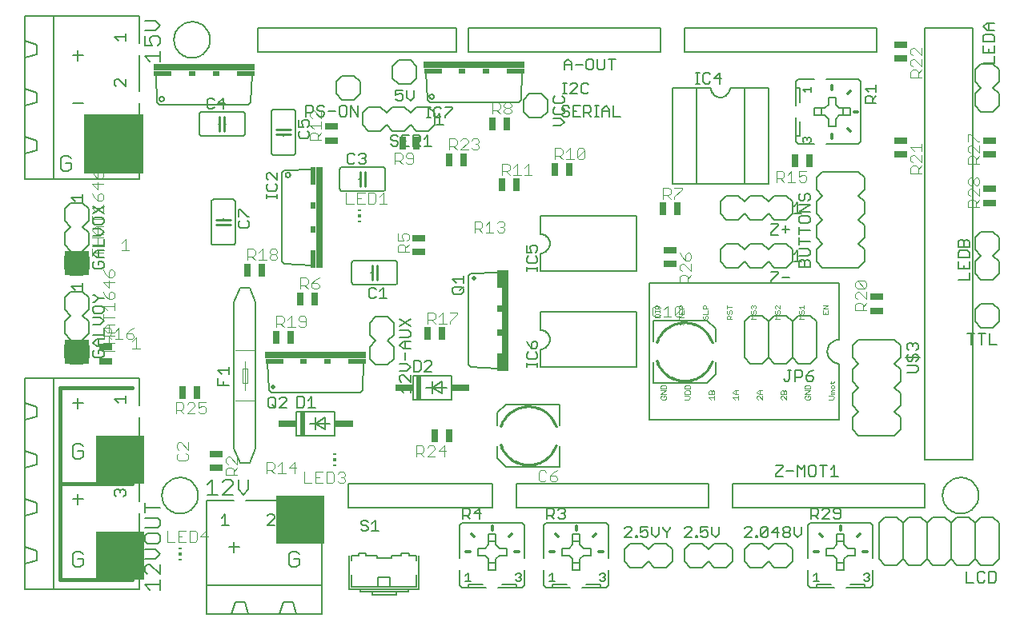
<source format=gto>
G75*
G70*
%OFA0B0*%
%FSLAX24Y24*%
%IPPOS*%
%LPD*%
%AMOC8*
5,1,8,0,0,1.08239X$1,22.5*
%
%ADD10C,0.0160*%
%ADD11C,0.0060*%
%ADD12R,0.2000X0.2000*%
%ADD13R,0.2500X0.2500*%
%ADD14R,0.1000X0.1000*%
%ADD15C,0.0050*%
%ADD16C,0.0200*%
%ADD17R,0.0300X0.4200*%
%ADD18R,0.0200X0.0750*%
%ADD19R,0.0200X0.0300*%
%ADD20R,0.4200X0.0300*%
%ADD21R,0.0750X0.0200*%
%ADD22R,0.0300X0.0200*%
%ADD23C,0.0040*%
%ADD24R,0.0551X0.0256*%
%ADD25R,0.0256X0.0551*%
%ADD26R,0.0200X0.1000*%
%ADD27R,0.0750X0.0300*%
%ADD28R,0.0118X0.0059*%
%ADD29R,0.0118X0.0118*%
%ADD30C,0.0080*%
%ADD31C,0.0010*%
%ADD32C,0.0020*%
%ADD33C,0.0070*%
%ADD34C,0.0120*%
%ADD35C,0.0100*%
D10*
X007433Y007150D02*
X010433Y007150D01*
X007433Y007150D02*
X007433Y011150D01*
X007433Y015150D01*
X010433Y015150D01*
X010433Y011150D02*
X007433Y011150D01*
D11*
X005983Y007800D02*
X005983Y006750D01*
X007183Y006750D01*
X010733Y006750D01*
X010733Y007900D01*
X010733Y008400D02*
X010733Y009900D01*
X010733Y010400D02*
X010733Y011900D01*
X010733Y012400D02*
X010733Y013900D01*
X010733Y014400D02*
X010733Y015550D01*
X007183Y015550D01*
X005983Y015550D01*
X005983Y014500D01*
X005983Y013800D01*
X005983Y012500D01*
X005983Y011800D01*
X005983Y010500D01*
X006483Y010350D01*
X006483Y009950D01*
X005983Y009800D01*
X005983Y008500D01*
X006483Y008350D01*
X006483Y007950D01*
X005983Y007800D01*
X005983Y008500D01*
X005983Y009800D02*
X005983Y010500D01*
X005983Y011800D02*
X006483Y011950D01*
X006483Y012350D01*
X005983Y012500D01*
X005983Y013800D02*
X006483Y013950D01*
X006483Y014350D01*
X005983Y014500D01*
X007183Y015550D02*
X007183Y006750D01*
X008070Y007680D02*
X008284Y007680D01*
X008390Y007787D01*
X008390Y008000D01*
X008177Y008000D01*
X007963Y007787D02*
X008070Y007680D01*
X007963Y007787D02*
X007963Y008214D01*
X008070Y008321D01*
X008284Y008321D01*
X008390Y008214D01*
X008177Y010287D02*
X008177Y010714D01*
X008390Y010500D02*
X007963Y010500D01*
X008070Y012180D02*
X008284Y012180D01*
X008390Y012287D01*
X008390Y012500D01*
X008177Y012500D01*
X007963Y012287D02*
X008070Y012180D01*
X007963Y012287D02*
X007963Y012714D01*
X008070Y012821D01*
X008284Y012821D01*
X008390Y012714D01*
X008177Y014287D02*
X008177Y014714D01*
X008390Y014500D02*
X007963Y014500D01*
X007883Y016150D02*
X008383Y016150D01*
X008633Y016400D01*
X008633Y016900D01*
X008383Y017150D01*
X008633Y017400D01*
X008633Y017900D01*
X008383Y018150D01*
X008633Y018400D01*
X008633Y018900D01*
X008383Y019150D01*
X007883Y019150D01*
X007633Y018900D01*
X007633Y018400D01*
X007883Y018150D01*
X007633Y017900D01*
X007633Y017400D01*
X007883Y017150D01*
X007633Y016900D01*
X007633Y016400D01*
X007883Y016150D01*
X007883Y019850D02*
X008383Y019850D01*
X008633Y020100D01*
X008633Y020600D01*
X008383Y020850D01*
X008633Y021100D01*
X008633Y021600D01*
X008383Y021850D01*
X008633Y022100D01*
X008633Y022600D01*
X008383Y022850D01*
X007883Y022850D01*
X007633Y022600D01*
X007633Y022100D01*
X007883Y021850D01*
X007633Y021600D01*
X007633Y021100D01*
X007883Y020850D01*
X007633Y020600D01*
X007633Y020100D01*
X007883Y019850D01*
X007183Y023850D02*
X005983Y023850D01*
X005983Y024900D01*
X006483Y025050D01*
X006483Y025450D01*
X005983Y025600D01*
X005983Y024900D01*
X005983Y025600D02*
X005983Y026900D01*
X005983Y027600D01*
X006483Y027450D01*
X006483Y027050D01*
X005983Y026900D01*
X005983Y027600D02*
X005983Y028900D01*
X005983Y029600D01*
X006483Y029450D01*
X006483Y029050D01*
X005983Y028900D01*
X005983Y029600D02*
X005983Y030650D01*
X007183Y030650D01*
X007183Y023850D01*
X010733Y023850D01*
X010733Y025000D01*
X010733Y025500D02*
X010733Y027000D01*
X010733Y027500D02*
X010733Y029000D01*
X010733Y029500D02*
X010733Y030650D01*
X007183Y030650D01*
X008177Y029214D02*
X008177Y028787D01*
X007963Y029000D02*
X008390Y029000D01*
X008390Y027000D02*
X007963Y027000D01*
X007784Y024821D02*
X007570Y024821D01*
X007463Y024714D01*
X007463Y024287D01*
X007570Y024180D01*
X007784Y024180D01*
X007890Y024287D01*
X007890Y024500D01*
X007677Y024500D01*
X007890Y024714D02*
X007784Y024821D01*
X013233Y025750D02*
X013233Y026550D01*
X013235Y026567D01*
X013239Y026584D01*
X013246Y026600D01*
X013256Y026614D01*
X013269Y026627D01*
X013283Y026637D01*
X013299Y026644D01*
X013316Y026648D01*
X013333Y026650D01*
X015033Y026650D01*
X015050Y026648D01*
X015067Y026644D01*
X015083Y026637D01*
X015097Y026627D01*
X015110Y026614D01*
X015120Y026600D01*
X015127Y026584D01*
X015131Y026567D01*
X015133Y026550D01*
X015133Y025750D01*
X015131Y025733D01*
X015127Y025716D01*
X015120Y025700D01*
X015110Y025686D01*
X015097Y025673D01*
X015083Y025663D01*
X015067Y025656D01*
X015050Y025652D01*
X015033Y025650D01*
X013333Y025650D01*
X013316Y025652D01*
X013299Y025656D01*
X013283Y025663D01*
X013269Y025673D01*
X013256Y025686D01*
X013246Y025700D01*
X013239Y025716D01*
X013235Y025733D01*
X013233Y025750D01*
X014033Y026150D02*
X014083Y026150D01*
X014283Y026150D02*
X014333Y026150D01*
X016233Y026650D02*
X016233Y024950D01*
X016235Y024933D01*
X016239Y024916D01*
X016246Y024900D01*
X016256Y024886D01*
X016269Y024873D01*
X016283Y024863D01*
X016299Y024856D01*
X016316Y024852D01*
X016333Y024850D01*
X017133Y024850D01*
X017150Y024852D01*
X017167Y024856D01*
X017183Y024863D01*
X017197Y024873D01*
X017210Y024886D01*
X017220Y024900D01*
X017227Y024916D01*
X017231Y024933D01*
X017233Y024950D01*
X017233Y026650D01*
X017231Y026667D01*
X017227Y026684D01*
X017220Y026700D01*
X017210Y026714D01*
X017197Y026727D01*
X017183Y026737D01*
X017167Y026744D01*
X017150Y026748D01*
X017133Y026750D01*
X016333Y026750D01*
X016316Y026748D01*
X016299Y026744D01*
X016283Y026737D01*
X016269Y026727D01*
X016256Y026714D01*
X016246Y026700D01*
X016239Y026684D01*
X016235Y026667D01*
X016233Y026650D01*
X016733Y025950D02*
X016733Y025900D01*
X016733Y025700D02*
X016733Y025650D01*
X019083Y024250D02*
X019083Y023450D01*
X019085Y023433D01*
X019089Y023416D01*
X019096Y023400D01*
X019106Y023386D01*
X019119Y023373D01*
X019133Y023363D01*
X019149Y023356D01*
X019166Y023352D01*
X019183Y023350D01*
X020883Y023350D01*
X020900Y023352D01*
X020917Y023356D01*
X020933Y023363D01*
X020947Y023373D01*
X020960Y023386D01*
X020970Y023400D01*
X020977Y023416D01*
X020981Y023433D01*
X020983Y023450D01*
X020983Y024250D01*
X020981Y024267D01*
X020977Y024284D01*
X020970Y024300D01*
X020960Y024314D01*
X020947Y024327D01*
X020933Y024337D01*
X020917Y024344D01*
X020900Y024348D01*
X020883Y024350D01*
X019183Y024350D01*
X019166Y024348D01*
X019149Y024344D01*
X019133Y024337D01*
X019119Y024327D01*
X019106Y024314D01*
X019096Y024300D01*
X019089Y024284D01*
X019085Y024267D01*
X019083Y024250D01*
X019883Y023850D02*
X019933Y023850D01*
X020133Y023850D02*
X020183Y023850D01*
X020283Y025850D02*
X020033Y026100D01*
X020033Y026600D01*
X020283Y026850D01*
X020783Y026850D01*
X021033Y026600D01*
X021283Y026850D01*
X021783Y026850D01*
X022033Y026600D01*
X022283Y026850D01*
X022783Y026850D01*
X023033Y026600D01*
X023033Y026100D01*
X022783Y025850D01*
X022283Y025850D01*
X022033Y026100D01*
X021783Y025850D01*
X021283Y025850D01*
X021033Y026100D01*
X020783Y025850D01*
X020283Y025850D01*
X019683Y027150D02*
X019933Y027400D01*
X019933Y027900D01*
X019683Y028150D01*
X019183Y028150D01*
X018933Y027900D01*
X018933Y027400D01*
X019183Y027150D01*
X019683Y027150D01*
X021283Y028050D02*
X021533Y027800D01*
X022033Y027800D01*
X022283Y028050D01*
X022283Y028550D01*
X022033Y028800D01*
X021533Y028800D01*
X021283Y028550D01*
X021283Y028050D01*
X026733Y027150D02*
X026733Y026650D01*
X026983Y026400D01*
X027483Y026400D01*
X027733Y026650D01*
X027733Y027150D01*
X027483Y027400D01*
X026983Y027400D01*
X026733Y027150D01*
X032933Y027650D02*
X032933Y023650D01*
X033933Y023650D01*
X033933Y027650D01*
X034533Y027650D01*
X034535Y027611D01*
X034541Y027572D01*
X034550Y027534D01*
X034563Y027497D01*
X034580Y027461D01*
X034600Y027428D01*
X034624Y027396D01*
X034650Y027367D01*
X034679Y027341D01*
X034711Y027317D01*
X034744Y027297D01*
X034780Y027280D01*
X034817Y027267D01*
X034855Y027258D01*
X034894Y027252D01*
X034933Y027250D01*
X034972Y027252D01*
X035011Y027258D01*
X035049Y027267D01*
X035086Y027280D01*
X035122Y027297D01*
X035155Y027317D01*
X035187Y027341D01*
X035216Y027367D01*
X035242Y027396D01*
X035266Y027428D01*
X035286Y027461D01*
X035303Y027497D01*
X035316Y027534D01*
X035325Y027572D01*
X035331Y027611D01*
X035333Y027650D01*
X035933Y027650D01*
X035933Y023650D01*
X033933Y023650D01*
X034933Y022900D02*
X034933Y022400D01*
X035183Y022150D01*
X035683Y022150D01*
X035933Y022400D01*
X036183Y022150D01*
X036683Y022150D01*
X036933Y022400D01*
X037183Y022150D01*
X037683Y022150D01*
X037933Y022400D01*
X037933Y022900D01*
X037683Y023150D01*
X037183Y023150D01*
X036933Y022900D01*
X036683Y023150D01*
X036183Y023150D01*
X035933Y022900D01*
X035683Y023150D01*
X035183Y023150D01*
X034933Y022900D01*
X035933Y023650D02*
X036933Y023650D01*
X036933Y027650D01*
X035933Y027650D01*
X033933Y027650D02*
X032933Y027650D01*
X038083Y027650D02*
X038083Y026900D01*
X038233Y027050D02*
X038233Y027650D01*
X038083Y027650D01*
X038083Y027900D01*
X038183Y028000D01*
X038833Y028000D01*
X039333Y028000D02*
X040683Y028000D01*
X040783Y027900D01*
X040783Y025400D01*
X040683Y025300D01*
X039333Y025300D01*
X038833Y025300D02*
X038183Y025300D01*
X038083Y025400D01*
X038083Y025650D01*
X038083Y026400D01*
X038233Y026250D02*
X038233Y025650D01*
X038083Y025650D01*
X038833Y026500D02*
X039133Y026500D01*
X039283Y026500D01*
X039433Y026350D01*
X039433Y026050D01*
X039733Y026050D01*
X039733Y026350D01*
X039883Y026500D01*
X040033Y026500D01*
X040333Y026500D01*
X040333Y026800D01*
X040033Y026800D01*
X039883Y026800D01*
X039733Y026950D01*
X039733Y027250D01*
X039433Y027250D01*
X039433Y026950D01*
X039283Y026800D01*
X039133Y026800D01*
X038833Y026800D01*
X038833Y026500D01*
X039133Y026500D02*
X039133Y026800D01*
X040033Y026800D02*
X040033Y026500D01*
X040683Y024150D02*
X039183Y024150D01*
X038933Y023900D01*
X038933Y023400D01*
X039183Y023150D01*
X038933Y022900D01*
X038933Y022400D01*
X039183Y022150D01*
X038933Y021900D01*
X038933Y021400D01*
X039183Y021150D01*
X038933Y020900D01*
X038933Y020400D01*
X039183Y020150D01*
X040683Y020150D01*
X040933Y020400D01*
X040933Y020900D01*
X040683Y021150D01*
X040933Y021400D01*
X040933Y021900D01*
X040683Y022150D01*
X040933Y022400D01*
X040933Y022900D01*
X040683Y023150D01*
X040933Y023400D01*
X040933Y023900D01*
X040683Y024150D01*
X037683Y021150D02*
X037183Y021150D01*
X036933Y020900D01*
X036683Y021150D01*
X036183Y021150D01*
X035933Y020900D01*
X035683Y021150D01*
X035183Y021150D01*
X034933Y020900D01*
X034933Y020400D01*
X035183Y020150D01*
X035683Y020150D01*
X035933Y020400D01*
X036183Y020150D01*
X036683Y020150D01*
X036933Y020400D01*
X037183Y020150D01*
X037683Y020150D01*
X037933Y020400D01*
X037933Y020900D01*
X037683Y021150D01*
X039883Y019500D02*
X031983Y019500D01*
X031983Y013800D01*
X039883Y013800D01*
X039883Y016150D01*
X039839Y016152D01*
X039796Y016158D01*
X039754Y016167D01*
X039712Y016180D01*
X039672Y016197D01*
X039633Y016217D01*
X039596Y016240D01*
X039562Y016267D01*
X039529Y016296D01*
X039500Y016329D01*
X039473Y016363D01*
X039450Y016400D01*
X039430Y016439D01*
X039413Y016479D01*
X039400Y016521D01*
X039391Y016563D01*
X039385Y016606D01*
X039383Y016650D01*
X039385Y016694D01*
X039391Y016737D01*
X039400Y016779D01*
X039413Y016821D01*
X039430Y016861D01*
X039450Y016900D01*
X039473Y016937D01*
X039500Y016971D01*
X039529Y017004D01*
X039562Y017033D01*
X039596Y017060D01*
X039633Y017083D01*
X039672Y017103D01*
X039712Y017120D01*
X039754Y017133D01*
X039796Y017142D01*
X039839Y017148D01*
X039883Y017150D01*
X039883Y019500D01*
X038683Y018150D02*
X038183Y018150D01*
X037933Y017900D01*
X037933Y016400D01*
X037683Y016150D01*
X037183Y016150D01*
X036933Y016400D01*
X036683Y016150D01*
X036183Y016150D01*
X035933Y016400D01*
X035933Y017900D01*
X036183Y018150D01*
X036683Y018150D01*
X036933Y017900D01*
X036933Y016400D01*
X037933Y016400D02*
X038183Y016150D01*
X038683Y016150D01*
X038933Y016400D01*
X038933Y017900D01*
X038683Y018150D01*
X037933Y017900D02*
X037683Y018150D01*
X037183Y018150D01*
X036933Y017900D01*
X040433Y016900D02*
X040433Y016400D01*
X040683Y016150D01*
X040433Y015900D01*
X040433Y015400D01*
X040683Y015150D01*
X040433Y014900D01*
X040433Y014400D01*
X040683Y014150D01*
X040433Y013900D01*
X040433Y013400D01*
X040683Y013150D01*
X042183Y013150D01*
X042433Y013400D01*
X042433Y013900D01*
X042183Y014150D01*
X042433Y014400D01*
X042433Y014900D01*
X042183Y015150D01*
X042433Y015400D01*
X042433Y015900D01*
X042183Y016150D01*
X042433Y016400D01*
X042433Y016900D01*
X042183Y017150D01*
X040683Y017150D01*
X040433Y016900D01*
X045533Y017900D02*
X045533Y018400D01*
X045783Y018650D01*
X046283Y018650D01*
X046533Y018400D01*
X046533Y017900D01*
X046283Y017650D01*
X045783Y017650D01*
X045533Y017900D01*
X045283Y009750D02*
X044783Y009750D01*
X044533Y009500D01*
X044533Y008000D01*
X044283Y007750D01*
X043783Y007750D01*
X043533Y008000D01*
X043533Y009500D01*
X043283Y009750D01*
X042783Y009750D01*
X042533Y009500D01*
X042283Y009750D01*
X041783Y009750D01*
X041533Y009500D01*
X041533Y008000D01*
X041783Y007750D01*
X042283Y007750D01*
X042533Y008000D01*
X042533Y009500D01*
X043533Y009500D02*
X043783Y009750D01*
X044283Y009750D01*
X044533Y009500D01*
X045283Y009750D02*
X045533Y009500D01*
X045533Y008000D01*
X045283Y007750D01*
X044783Y007750D01*
X044533Y008000D01*
X043533Y008000D02*
X043283Y007750D01*
X042783Y007750D01*
X042533Y008000D01*
X041283Y008050D02*
X041283Y009400D01*
X041183Y009500D01*
X038683Y009500D01*
X038583Y009400D01*
X038583Y008050D01*
X038583Y007550D02*
X038583Y006900D01*
X038683Y006800D01*
X038933Y006800D01*
X039683Y006800D01*
X039533Y006950D02*
X038933Y006950D01*
X038933Y006800D01*
X039783Y007550D02*
X039783Y007850D01*
X040083Y007850D01*
X040083Y008000D01*
X040233Y008150D01*
X040533Y008150D01*
X040533Y008450D01*
X040233Y008450D01*
X040083Y008600D01*
X040083Y008750D01*
X040083Y009050D01*
X039783Y009050D01*
X039783Y008750D01*
X039783Y008600D01*
X039633Y008450D01*
X039333Y008450D01*
X039333Y008150D01*
X039633Y008150D01*
X039783Y008000D01*
X039783Y007850D01*
X039783Y007550D02*
X040083Y007550D01*
X040083Y007850D01*
X040083Y008750D02*
X039783Y008750D01*
X041283Y007550D02*
X041283Y006900D01*
X041183Y006800D01*
X040933Y006800D01*
X040183Y006800D01*
X040333Y006950D02*
X040933Y006950D01*
X040933Y006800D01*
X045533Y008000D02*
X045783Y007750D01*
X046283Y007750D01*
X046533Y008000D01*
X046533Y009500D01*
X046283Y009750D01*
X045783Y009750D01*
X045533Y009500D01*
X031433Y016000D02*
X031433Y018300D01*
X027433Y018300D01*
X027433Y017550D01*
X027472Y017548D01*
X027511Y017542D01*
X027549Y017533D01*
X027586Y017520D01*
X027622Y017503D01*
X027655Y017483D01*
X027687Y017459D01*
X027716Y017433D01*
X027742Y017404D01*
X027766Y017372D01*
X027786Y017339D01*
X027803Y017303D01*
X027816Y017266D01*
X027825Y017228D01*
X027831Y017189D01*
X027833Y017150D01*
X027831Y017111D01*
X027825Y017072D01*
X027816Y017034D01*
X027803Y016997D01*
X027786Y016961D01*
X027766Y016928D01*
X027742Y016896D01*
X027716Y016867D01*
X027687Y016841D01*
X027655Y016817D01*
X027622Y016797D01*
X027586Y016780D01*
X027549Y016767D01*
X027511Y016758D01*
X027472Y016752D01*
X027433Y016750D01*
X027433Y016000D01*
X031433Y016000D01*
X031433Y020000D02*
X027433Y020000D01*
X027433Y020750D01*
X027472Y020752D01*
X027511Y020758D01*
X027549Y020767D01*
X027586Y020780D01*
X027622Y020797D01*
X027655Y020817D01*
X027687Y020841D01*
X027716Y020867D01*
X027742Y020896D01*
X027766Y020928D01*
X027786Y020961D01*
X027803Y020997D01*
X027816Y021034D01*
X027825Y021072D01*
X027831Y021111D01*
X027833Y021150D01*
X027831Y021189D01*
X027825Y021228D01*
X027816Y021266D01*
X027803Y021303D01*
X027786Y021339D01*
X027766Y021372D01*
X027742Y021404D01*
X027716Y021433D01*
X027687Y021459D01*
X027655Y021483D01*
X027622Y021503D01*
X027586Y021520D01*
X027549Y021533D01*
X027511Y021542D01*
X027472Y021548D01*
X027433Y021550D01*
X027433Y022300D01*
X031433Y022300D01*
X031433Y020000D01*
X025683Y019950D02*
X024533Y019900D01*
X024433Y019800D01*
X024433Y016100D01*
X024533Y016000D01*
X025683Y015950D01*
X023733Y015650D02*
X023733Y014650D01*
X022133Y014650D01*
X022133Y015650D01*
X023733Y015650D01*
X023333Y015400D02*
X022933Y015150D01*
X022933Y014900D01*
X022933Y015150D02*
X022933Y015400D01*
X022933Y015150D02*
X022683Y015150D01*
X022933Y015150D02*
X023533Y015150D01*
X023333Y014900D02*
X022933Y015150D01*
X023333Y015400D02*
X023333Y014900D01*
X020033Y015050D02*
X020083Y016200D01*
X020033Y015050D02*
X019933Y014950D01*
X016233Y014950D01*
X016133Y015050D01*
X016083Y016200D01*
X017283Y014150D02*
X017283Y013150D01*
X018883Y013150D01*
X018883Y014150D01*
X017283Y014150D01*
X018083Y013900D02*
X018083Y013650D01*
X018083Y013400D01*
X018083Y013650D02*
X018483Y013900D01*
X018483Y013400D01*
X018083Y013650D01*
X018683Y013650D01*
X018083Y013650D02*
X017833Y013650D01*
X015583Y012600D02*
X015333Y012000D01*
X014933Y012000D01*
X014683Y012600D01*
X014683Y018700D01*
X014933Y019300D01*
X015333Y019300D01*
X015583Y018700D01*
X015583Y012600D01*
X015183Y010450D02*
X016683Y010450D01*
X017183Y010450D02*
X018333Y010450D01*
X018333Y006900D01*
X018333Y005700D01*
X017283Y005700D01*
X016583Y005700D01*
X016733Y006200D01*
X017133Y006200D01*
X017283Y005700D01*
X016583Y005700D02*
X015283Y005700D01*
X014583Y005700D01*
X014733Y006200D01*
X015133Y006200D01*
X015283Y005700D01*
X014583Y005700D02*
X013533Y005700D01*
X013533Y006900D01*
X018333Y006900D01*
X019483Y006750D02*
X021933Y006750D01*
X021933Y006650D01*
X021433Y006650D01*
X021433Y006500D01*
X020433Y006500D01*
X020433Y006650D01*
X021433Y006650D01*
X021183Y006850D02*
X022283Y006850D01*
X022283Y007350D01*
X022383Y006750D02*
X021933Y006750D01*
X022383Y006750D02*
X022383Y008150D01*
X022283Y008150D02*
X022283Y007950D01*
X022283Y008150D02*
X021983Y008150D01*
X021983Y008250D01*
X021633Y008250D01*
X021633Y008150D01*
X021233Y008150D01*
X021233Y008050D01*
X020633Y008050D01*
X020633Y008150D01*
X020183Y008150D01*
X020183Y008250D01*
X019883Y008250D01*
X019883Y008150D01*
X019583Y008150D01*
X019583Y007950D01*
X019483Y008150D02*
X019483Y006750D01*
X019583Y006850D02*
X019583Y007350D01*
X019583Y006850D02*
X020683Y006850D01*
X021183Y006850D01*
X021183Y007250D01*
X020683Y007250D01*
X020683Y006850D01*
X020433Y006650D02*
X019933Y006650D01*
X019933Y006750D01*
X017390Y007787D02*
X017390Y008000D01*
X017177Y008000D01*
X017390Y007787D02*
X017284Y007680D01*
X017070Y007680D01*
X016963Y007787D01*
X016963Y008214D01*
X017070Y008321D01*
X017284Y008321D01*
X017390Y008214D01*
X014890Y008500D02*
X014463Y008500D01*
X014677Y008287D02*
X014677Y008714D01*
X014683Y010450D02*
X013533Y010450D01*
X013533Y006900D01*
X024083Y006900D02*
X024083Y007550D01*
X024083Y008050D02*
X024083Y009400D01*
X024183Y009500D01*
X026683Y009500D01*
X026783Y009400D01*
X026783Y008050D01*
X026783Y007550D02*
X026783Y006900D01*
X026683Y006800D01*
X026433Y006800D01*
X025683Y006800D01*
X025833Y006950D02*
X026433Y006950D01*
X026433Y006800D01*
X025583Y007550D02*
X025283Y007550D01*
X025283Y007850D01*
X025583Y007850D01*
X025583Y008000D01*
X025733Y008150D01*
X026033Y008150D01*
X026033Y008450D01*
X025733Y008450D01*
X025583Y008600D01*
X025583Y008750D01*
X025583Y009050D01*
X025283Y009050D01*
X025283Y008750D01*
X025283Y008600D01*
X025133Y008450D01*
X024833Y008450D01*
X024833Y008150D01*
X025133Y008150D01*
X025283Y008000D01*
X025283Y007850D01*
X025583Y007850D02*
X025583Y007550D01*
X025033Y006950D02*
X024433Y006950D01*
X024433Y006800D01*
X025183Y006800D01*
X024433Y006800D02*
X024183Y006800D01*
X024083Y006900D01*
X025283Y008750D02*
X025583Y008750D01*
X027583Y009400D02*
X027583Y008050D01*
X027583Y007550D02*
X027583Y006900D01*
X027683Y006800D01*
X027933Y006800D01*
X028683Y006800D01*
X028533Y006950D02*
X027933Y006950D01*
X027933Y006800D01*
X028783Y007550D02*
X028783Y007850D01*
X029083Y007850D01*
X029083Y008000D01*
X029233Y008150D01*
X029533Y008150D01*
X029533Y008450D01*
X029233Y008450D01*
X029083Y008600D01*
X029083Y008750D01*
X029083Y009050D01*
X028783Y009050D01*
X028783Y008750D01*
X028783Y008600D01*
X028633Y008450D01*
X028333Y008450D01*
X028333Y008150D01*
X028633Y008150D01*
X028783Y008000D01*
X028783Y007850D01*
X028783Y007550D02*
X029083Y007550D01*
X029083Y007850D01*
X029083Y008750D02*
X028783Y008750D01*
X027683Y009500D02*
X027583Y009400D01*
X027683Y009500D02*
X030183Y009500D01*
X030283Y009400D01*
X030283Y008050D01*
X030283Y007550D02*
X030283Y006900D01*
X030183Y006800D01*
X029933Y006800D01*
X029183Y006800D01*
X029333Y006950D02*
X029933Y006950D01*
X029933Y006800D01*
X021383Y019450D02*
X019683Y019450D01*
X019666Y019452D01*
X019649Y019456D01*
X019633Y019463D01*
X019619Y019473D01*
X019606Y019486D01*
X019596Y019500D01*
X019589Y019516D01*
X019585Y019533D01*
X019583Y019550D01*
X019583Y020350D01*
X019585Y020367D01*
X019589Y020384D01*
X019596Y020400D01*
X019606Y020414D01*
X019619Y020427D01*
X019633Y020437D01*
X019649Y020444D01*
X019666Y020448D01*
X019683Y020450D01*
X021383Y020450D01*
X021400Y020448D01*
X021417Y020444D01*
X021433Y020437D01*
X021447Y020427D01*
X021460Y020414D01*
X021470Y020400D01*
X021477Y020384D01*
X021481Y020367D01*
X021483Y020350D01*
X021483Y019550D01*
X021481Y019533D01*
X021477Y019516D01*
X021470Y019500D01*
X021460Y019486D01*
X021447Y019473D01*
X021433Y019463D01*
X021417Y019456D01*
X021400Y019452D01*
X021383Y019450D01*
X020683Y019950D02*
X020633Y019950D01*
X020433Y019950D02*
X020383Y019950D01*
X014733Y021200D02*
X014733Y022900D01*
X014731Y022917D01*
X014727Y022934D01*
X014720Y022950D01*
X014710Y022964D01*
X014697Y022977D01*
X014683Y022987D01*
X014667Y022994D01*
X014650Y022998D01*
X014633Y023000D01*
X013833Y023000D01*
X013816Y022998D01*
X013799Y022994D01*
X013783Y022987D01*
X013769Y022977D01*
X013756Y022964D01*
X013746Y022950D01*
X013739Y022934D01*
X013735Y022917D01*
X013733Y022900D01*
X013733Y021200D01*
X013735Y021183D01*
X013739Y021166D01*
X013746Y021150D01*
X013756Y021136D01*
X013769Y021123D01*
X013783Y021113D01*
X013799Y021106D01*
X013816Y021102D01*
X013833Y021100D01*
X014633Y021100D01*
X014650Y021102D01*
X014667Y021106D01*
X014683Y021113D01*
X014697Y021123D01*
X014710Y021136D01*
X014720Y021150D01*
X014727Y021166D01*
X014731Y021183D01*
X014733Y021200D01*
X014233Y021900D02*
X014233Y021950D01*
X014233Y022150D02*
X014233Y022200D01*
D12*
X009933Y012150D03*
X009933Y008150D03*
X017433Y009650D03*
D13*
X009683Y025300D03*
D14*
X008133Y020350D03*
X008133Y016650D03*
D15*
X008808Y016638D02*
X008808Y016488D01*
X008883Y016413D01*
X009183Y016413D01*
X009258Y016488D01*
X009258Y016638D01*
X009183Y016713D01*
X009033Y016713D01*
X009033Y016563D01*
X008883Y016713D02*
X008808Y016638D01*
X008958Y016873D02*
X008808Y017023D01*
X008958Y017173D01*
X009258Y017173D01*
X009258Y017333D02*
X009258Y017634D01*
X009108Y017794D02*
X009258Y017944D01*
X009108Y018094D01*
X008808Y018094D01*
X008883Y018254D02*
X008808Y018329D01*
X008808Y018479D01*
X008883Y018554D01*
X009183Y018554D01*
X009258Y018479D01*
X009258Y018329D01*
X009183Y018254D01*
X008883Y018254D01*
X008883Y018715D02*
X008808Y018715D01*
X008883Y018715D02*
X009033Y018865D01*
X009258Y018865D01*
X009033Y018865D02*
X008883Y019015D01*
X008808Y019015D01*
X008358Y019215D02*
X008358Y019515D01*
X008358Y019365D02*
X007908Y019365D01*
X008058Y019215D01*
X008883Y020113D02*
X008808Y020188D01*
X008808Y020338D01*
X008883Y020413D01*
X009033Y020413D02*
X009033Y020263D01*
X009033Y020413D02*
X009183Y020413D01*
X009258Y020338D01*
X009258Y020188D01*
X009183Y020113D01*
X008883Y020113D01*
X008958Y020573D02*
X008808Y020723D01*
X008958Y020873D01*
X009258Y020873D01*
X009258Y021033D02*
X009258Y021334D01*
X009108Y021494D02*
X009258Y021644D01*
X009108Y021794D01*
X008808Y021794D01*
X008883Y021954D02*
X008808Y022029D01*
X008808Y022179D01*
X008883Y022254D01*
X009183Y022254D01*
X009258Y022179D01*
X009258Y022029D01*
X009183Y021954D01*
X008883Y021954D01*
X008808Y022415D02*
X009258Y022715D01*
X009258Y022415D02*
X008808Y022715D01*
X008358Y022915D02*
X008358Y023215D01*
X008358Y023065D02*
X007908Y023065D01*
X008058Y022915D01*
X008808Y021494D02*
X009108Y021494D01*
X009258Y021033D02*
X008808Y021033D01*
X009033Y020873D02*
X009033Y020573D01*
X008958Y020573D02*
X009258Y020573D01*
X009108Y017794D02*
X008808Y017794D01*
X008808Y017333D02*
X009258Y017333D01*
X009033Y017173D02*
X009033Y016873D01*
X008958Y016873D02*
X009258Y016873D01*
X010158Y014815D02*
X010158Y014515D01*
X010158Y014665D02*
X009708Y014665D01*
X009858Y014515D01*
X009858Y012915D02*
X009783Y012915D01*
X009708Y012840D01*
X009708Y012690D01*
X009783Y012615D01*
X009858Y012915D02*
X010158Y012615D01*
X010158Y012915D01*
X010083Y010915D02*
X010158Y010840D01*
X010158Y010690D01*
X010083Y010615D01*
X009933Y010765D02*
X009933Y010840D01*
X010008Y010915D01*
X010083Y010915D01*
X009933Y010840D02*
X009858Y010915D01*
X009783Y010915D01*
X009708Y010840D01*
X009708Y010690D01*
X009783Y010615D01*
X009933Y008915D02*
X009933Y008615D01*
X009708Y008840D01*
X010158Y008840D01*
X011683Y010650D02*
X011685Y010704D01*
X011691Y010758D01*
X011701Y010811D01*
X011714Y010864D01*
X011731Y010915D01*
X011752Y010965D01*
X011777Y011013D01*
X011805Y011060D01*
X011836Y011104D01*
X011870Y011146D01*
X011907Y011185D01*
X011947Y011222D01*
X011990Y011255D01*
X012035Y011286D01*
X012082Y011313D01*
X012130Y011336D01*
X012181Y011356D01*
X012232Y011373D01*
X012285Y011385D01*
X012338Y011394D01*
X012392Y011399D01*
X012447Y011400D01*
X012501Y011397D01*
X012554Y011390D01*
X012607Y011379D01*
X012660Y011365D01*
X012711Y011347D01*
X012760Y011325D01*
X012808Y011300D01*
X012854Y011271D01*
X012898Y011239D01*
X012939Y011204D01*
X012977Y011166D01*
X013013Y011125D01*
X013046Y011082D01*
X013076Y011037D01*
X013102Y010989D01*
X013125Y010940D01*
X013144Y010889D01*
X013159Y010838D01*
X013171Y010785D01*
X013179Y010731D01*
X013183Y010677D01*
X013183Y010623D01*
X013179Y010569D01*
X013171Y010515D01*
X013159Y010462D01*
X013144Y010411D01*
X013125Y010360D01*
X013102Y010311D01*
X013076Y010263D01*
X013046Y010218D01*
X013013Y010175D01*
X012977Y010134D01*
X012939Y010096D01*
X012898Y010061D01*
X012854Y010029D01*
X012808Y010000D01*
X012760Y009975D01*
X012711Y009953D01*
X012660Y009935D01*
X012607Y009921D01*
X012554Y009910D01*
X012501Y009903D01*
X012447Y009900D01*
X012392Y009901D01*
X012338Y009906D01*
X012285Y009915D01*
X012232Y009927D01*
X012181Y009944D01*
X012130Y009964D01*
X012082Y009987D01*
X012035Y010014D01*
X011990Y010045D01*
X011947Y010078D01*
X011907Y010115D01*
X011870Y010154D01*
X011836Y010196D01*
X011805Y010240D01*
X011777Y010287D01*
X011752Y010335D01*
X011731Y010385D01*
X011714Y010436D01*
X011701Y010489D01*
X011691Y010542D01*
X011685Y010596D01*
X011683Y010650D01*
X014158Y009725D02*
X014308Y009875D01*
X014308Y009425D01*
X014158Y009425D02*
X014459Y009425D01*
X016058Y009425D02*
X016359Y009725D01*
X016359Y009800D01*
X016284Y009875D01*
X016133Y009875D01*
X016058Y009800D01*
X016058Y009425D02*
X016359Y009425D01*
X019433Y010150D02*
X025433Y010150D01*
X025433Y011150D01*
X019433Y011150D01*
X019433Y010150D01*
X019958Y009550D02*
X019958Y009475D01*
X020033Y009400D01*
X020184Y009400D01*
X020259Y009325D01*
X020259Y009250D01*
X020184Y009175D01*
X020033Y009175D01*
X019958Y009250D01*
X019958Y009550D02*
X020033Y009625D01*
X020184Y009625D01*
X020259Y009550D01*
X020419Y009475D02*
X020569Y009625D01*
X020569Y009175D01*
X020419Y009175D02*
X020719Y009175D01*
X024208Y009675D02*
X024208Y010125D01*
X024434Y010125D01*
X024509Y010050D01*
X024509Y009900D01*
X024434Y009825D01*
X024208Y009825D01*
X024358Y009825D02*
X024509Y009675D01*
X024669Y009900D02*
X024969Y009900D01*
X024894Y009675D02*
X024894Y010125D01*
X024669Y009900D01*
X026433Y010150D02*
X034433Y010150D01*
X034433Y011150D01*
X026433Y011150D01*
X026433Y010150D01*
X027708Y010125D02*
X027708Y009675D01*
X027708Y009825D02*
X027934Y009825D01*
X028009Y009900D01*
X028009Y010050D01*
X027934Y010125D01*
X027708Y010125D01*
X027858Y009825D02*
X028009Y009675D01*
X028169Y009750D02*
X028244Y009675D01*
X028394Y009675D01*
X028469Y009750D01*
X028469Y009825D01*
X028394Y009900D01*
X028319Y009900D01*
X028394Y009900D02*
X028469Y009975D01*
X028469Y010050D01*
X028394Y010125D01*
X028244Y010125D01*
X028169Y010050D01*
X030928Y009270D02*
X031003Y009345D01*
X031154Y009345D01*
X031229Y009270D01*
X031229Y009195D01*
X030928Y008895D01*
X031229Y008895D01*
X031389Y008895D02*
X031464Y008895D01*
X031464Y008970D01*
X031389Y008970D01*
X031389Y008895D01*
X031619Y008970D02*
X031694Y008895D01*
X031844Y008895D01*
X031919Y008970D01*
X031919Y009120D01*
X031844Y009195D01*
X031769Y009195D01*
X031619Y009120D01*
X031619Y009345D01*
X031919Y009345D01*
X032079Y009345D02*
X032079Y009045D01*
X032229Y008895D01*
X032380Y009045D01*
X032380Y009345D01*
X032540Y009345D02*
X032540Y009270D01*
X032690Y009120D01*
X032690Y008895D01*
X032690Y009120D02*
X032840Y009270D01*
X032840Y009345D01*
X033428Y009270D02*
X033503Y009345D01*
X033654Y009345D01*
X033729Y009270D01*
X033729Y009195D01*
X033428Y008895D01*
X033729Y008895D01*
X033889Y008895D02*
X033964Y008895D01*
X033964Y008970D01*
X033889Y008970D01*
X033889Y008895D01*
X034119Y008970D02*
X034194Y008895D01*
X034344Y008895D01*
X034419Y008970D01*
X034419Y009120D01*
X034344Y009195D01*
X034269Y009195D01*
X034119Y009120D01*
X034119Y009345D01*
X034419Y009345D01*
X034579Y009345D02*
X034579Y009045D01*
X034729Y008895D01*
X034880Y009045D01*
X034880Y009345D01*
X035433Y010150D02*
X043433Y010150D01*
X043433Y011150D01*
X035433Y011150D01*
X035433Y010150D01*
X036003Y009345D02*
X035928Y009270D01*
X036003Y009345D02*
X036154Y009345D01*
X036229Y009270D01*
X036229Y009195D01*
X035928Y008895D01*
X036229Y008895D01*
X036389Y008895D02*
X036389Y008970D01*
X036464Y008970D01*
X036464Y008895D01*
X036389Y008895D01*
X036619Y008970D02*
X036694Y008895D01*
X036844Y008895D01*
X036919Y008970D01*
X036919Y009270D01*
X036619Y008970D01*
X036619Y009270D01*
X036694Y009345D01*
X036844Y009345D01*
X036919Y009270D01*
X037079Y009120D02*
X037380Y009120D01*
X037540Y009045D02*
X037615Y009120D01*
X037765Y009120D01*
X037840Y009045D01*
X037840Y008970D01*
X037765Y008895D01*
X037615Y008895D01*
X037540Y008970D01*
X037540Y009045D01*
X037615Y009120D02*
X037540Y009195D01*
X037540Y009270D01*
X037615Y009345D01*
X037765Y009345D01*
X037840Y009270D01*
X037840Y009195D01*
X037765Y009120D01*
X038000Y009045D02*
X038150Y008895D01*
X038300Y009045D01*
X038300Y009345D01*
X038000Y009345D02*
X038000Y009045D01*
X037305Y008895D02*
X037305Y009345D01*
X037079Y009120D01*
X038708Y009675D02*
X038708Y010125D01*
X038934Y010125D01*
X039009Y010050D01*
X039009Y009900D01*
X038934Y009825D01*
X038708Y009825D01*
X038858Y009825D02*
X039009Y009675D01*
X039169Y009675D02*
X039469Y009975D01*
X039469Y010050D01*
X039394Y010125D01*
X039244Y010125D01*
X039169Y010050D01*
X039169Y009675D02*
X039469Y009675D01*
X039629Y009750D02*
X039704Y009675D01*
X039854Y009675D01*
X039929Y009750D01*
X039929Y010050D01*
X039854Y010125D01*
X039704Y010125D01*
X039629Y010050D01*
X039629Y009975D01*
X039704Y009900D01*
X039929Y009900D01*
X039828Y011455D02*
X039528Y011455D01*
X039678Y011455D02*
X039678Y011905D01*
X039528Y011755D01*
X039368Y011905D02*
X039068Y011905D01*
X039218Y011905D02*
X039218Y011455D01*
X038907Y011530D02*
X038907Y011830D01*
X038832Y011905D01*
X038682Y011905D01*
X038607Y011830D01*
X038607Y011530D01*
X038682Y011455D01*
X038832Y011455D01*
X038907Y011530D01*
X038447Y011455D02*
X038447Y011905D01*
X038297Y011755D01*
X038147Y011905D01*
X038147Y011455D01*
X037987Y011680D02*
X037686Y011680D01*
X037526Y011830D02*
X037226Y011530D01*
X037226Y011455D01*
X037526Y011455D01*
X037526Y011830D02*
X037526Y011905D01*
X037226Y011905D01*
X037652Y015425D02*
X037727Y015425D01*
X037802Y015500D01*
X037802Y015875D01*
X037727Y015875D02*
X037877Y015875D01*
X038038Y015875D02*
X038263Y015875D01*
X038338Y015800D01*
X038338Y015650D01*
X038263Y015575D01*
X038038Y015575D01*
X038038Y015425D02*
X038038Y015875D01*
X038498Y015650D02*
X038498Y015500D01*
X038573Y015425D01*
X038723Y015425D01*
X038798Y015500D01*
X038798Y015575D01*
X038723Y015650D01*
X038498Y015650D01*
X038648Y015800D01*
X038798Y015875D01*
X037652Y015425D02*
X037577Y015500D01*
X042633Y016404D02*
X043233Y016404D01*
X043158Y016329D02*
X043158Y016479D01*
X043083Y016554D01*
X043008Y016554D01*
X042933Y016479D01*
X042933Y016329D01*
X042858Y016254D01*
X042783Y016254D01*
X042708Y016329D01*
X042708Y016479D01*
X042783Y016554D01*
X042783Y016715D02*
X042708Y016790D01*
X042708Y016940D01*
X042783Y017015D01*
X042858Y017015D01*
X042933Y016940D01*
X043008Y017015D01*
X043083Y017015D01*
X043158Y016940D01*
X043158Y016790D01*
X043083Y016715D01*
X042933Y016865D02*
X042933Y016940D01*
X043158Y016329D02*
X043083Y016254D01*
X043083Y016094D02*
X042708Y016094D01*
X042708Y015794D02*
X043083Y015794D01*
X043158Y015869D01*
X043158Y016019D01*
X043083Y016094D01*
X045357Y016955D02*
X045357Y017405D01*
X045207Y017405D02*
X045507Y017405D01*
X045668Y017405D02*
X045968Y017405D01*
X045818Y017405D02*
X045818Y016955D01*
X046128Y016955D02*
X046428Y016955D01*
X046128Y016955D02*
X046128Y017405D01*
X045288Y019645D02*
X044838Y019645D01*
X045288Y019645D02*
X045288Y019945D01*
X045288Y020105D02*
X044838Y020105D01*
X044838Y020406D01*
X044838Y020566D02*
X044838Y020791D01*
X044913Y020866D01*
X045213Y020866D01*
X045288Y020791D01*
X045288Y020566D01*
X044838Y020566D01*
X045063Y020256D02*
X045063Y020105D01*
X045288Y020105D02*
X045288Y020406D01*
X045288Y021026D02*
X044838Y021026D01*
X044838Y021251D01*
X044913Y021326D01*
X044988Y021326D01*
X045063Y021251D01*
X045063Y021026D01*
X045288Y021026D02*
X045288Y021251D01*
X045213Y021326D01*
X045138Y021326D01*
X045063Y021251D01*
X038658Y021246D02*
X038208Y021246D01*
X038208Y021096D02*
X038208Y021396D01*
X038208Y021556D02*
X038208Y021856D01*
X038208Y021706D02*
X038658Y021706D01*
X038583Y022017D02*
X038283Y022017D01*
X038208Y022092D01*
X038208Y022242D01*
X038283Y022317D01*
X038583Y022317D01*
X038658Y022242D01*
X038658Y022092D01*
X038583Y022017D01*
X038658Y022477D02*
X038208Y022477D01*
X038658Y022777D01*
X038208Y022777D01*
X038148Y022875D02*
X038148Y022425D01*
X037998Y022425D02*
X038298Y022425D01*
X037998Y022725D02*
X038148Y022875D01*
X038283Y022937D02*
X038358Y022937D01*
X038433Y023012D01*
X038433Y023163D01*
X038508Y023238D01*
X038583Y023238D01*
X038658Y023163D01*
X038658Y023012D01*
X038583Y022937D01*
X038283Y022937D02*
X038208Y023012D01*
X038208Y023163D01*
X038283Y023238D01*
X037648Y021900D02*
X037648Y021600D01*
X037498Y021750D02*
X037798Y021750D01*
X037338Y021900D02*
X037038Y021600D01*
X037038Y021525D01*
X037338Y021525D01*
X037338Y021900D02*
X037338Y021975D01*
X037038Y021975D01*
X038148Y020875D02*
X038148Y020425D01*
X038208Y020400D02*
X038283Y020475D01*
X038358Y020475D01*
X038433Y020400D01*
X038433Y020175D01*
X038658Y020175D02*
X038208Y020175D01*
X038208Y020400D01*
X038298Y020425D02*
X037998Y020425D01*
X038208Y020635D02*
X038583Y020635D01*
X038658Y020710D01*
X038658Y020861D01*
X038583Y020936D01*
X038208Y020936D01*
X038148Y020875D02*
X037998Y020725D01*
X038433Y020400D02*
X038508Y020475D01*
X038583Y020475D01*
X038658Y020400D01*
X038658Y020175D01*
X037798Y019750D02*
X037498Y019750D01*
X037338Y019900D02*
X037038Y019600D01*
X037038Y019525D01*
X037338Y019525D01*
X037338Y019900D02*
X037338Y019975D01*
X037038Y019975D01*
X038415Y025366D02*
X038358Y025423D01*
X038358Y025536D01*
X038415Y025593D01*
X038471Y025593D01*
X038528Y025536D01*
X038585Y025593D01*
X038642Y025593D01*
X038698Y025536D01*
X038698Y025423D01*
X038642Y025366D01*
X038528Y025479D02*
X038528Y025536D01*
X040958Y027004D02*
X040958Y027229D01*
X041033Y027304D01*
X041183Y027304D01*
X041258Y027229D01*
X041258Y027004D01*
X041408Y027004D02*
X040958Y027004D01*
X041258Y027154D02*
X041408Y027304D01*
X041408Y027465D02*
X041408Y027765D01*
X041408Y027615D02*
X040958Y027615D01*
X041108Y027465D01*
X041433Y029150D02*
X041433Y030150D01*
X033433Y030150D01*
X033433Y029150D01*
X041433Y029150D01*
X043433Y030150D02*
X043433Y012150D01*
X045433Y012150D01*
X045433Y030150D01*
X043433Y030150D01*
X045878Y030195D02*
X046028Y030345D01*
X046328Y030345D01*
X046103Y030345D02*
X046103Y030045D01*
X046028Y030045D02*
X045878Y030195D01*
X046028Y030045D02*
X046328Y030045D01*
X046253Y029884D02*
X045953Y029884D01*
X045878Y029809D01*
X045878Y029584D01*
X046328Y029584D01*
X046328Y029809D01*
X046253Y029884D01*
X046328Y029424D02*
X046328Y029124D01*
X045878Y029124D01*
X045878Y029424D01*
X046103Y029274D02*
X046103Y029124D01*
X046328Y028964D02*
X046328Y028663D01*
X045878Y028663D01*
X038698Y027693D02*
X038698Y027466D01*
X038698Y027579D02*
X038358Y027579D01*
X038471Y027466D01*
X034976Y028050D02*
X034676Y028050D01*
X034901Y028275D01*
X034901Y027825D01*
X034516Y027900D02*
X034440Y027825D01*
X034290Y027825D01*
X034215Y027900D01*
X034215Y028200D01*
X034290Y028275D01*
X034440Y028275D01*
X034516Y028200D01*
X034058Y028275D02*
X033908Y028275D01*
X033983Y028275D02*
X033983Y027825D01*
X033908Y027825D02*
X034058Y027825D01*
X032433Y029150D02*
X024433Y029150D01*
X024433Y030150D01*
X032433Y030150D01*
X032433Y029150D01*
X030570Y028845D02*
X030270Y028845D01*
X030420Y028845D02*
X030420Y028395D01*
X030110Y028470D02*
X030110Y028845D01*
X029810Y028845D02*
X029810Y028470D01*
X029885Y028395D01*
X030035Y028395D01*
X030110Y028470D01*
X029649Y028470D02*
X029649Y028770D01*
X029574Y028845D01*
X029424Y028845D01*
X029349Y028770D01*
X029349Y028470D01*
X029424Y028395D01*
X029574Y028395D01*
X029649Y028470D01*
X029189Y028620D02*
X028889Y028620D01*
X028729Y028620D02*
X028428Y028620D01*
X028428Y028695D02*
X028578Y028845D01*
X028729Y028695D01*
X028729Y028395D01*
X028428Y028395D02*
X028428Y028695D01*
X028453Y027845D02*
X028453Y027395D01*
X028378Y027395D02*
X028528Y027395D01*
X028685Y027395D02*
X028986Y027695D01*
X028986Y027770D01*
X028910Y027845D01*
X028760Y027845D01*
X028685Y027770D01*
X028528Y027845D02*
X028378Y027845D01*
X028685Y027395D02*
X028986Y027395D01*
X029146Y027470D02*
X029221Y027395D01*
X029371Y027395D01*
X029446Y027470D01*
X029446Y027770D02*
X029371Y027845D01*
X029221Y027845D01*
X029146Y027770D01*
X029146Y027470D01*
X029089Y026895D02*
X028789Y026895D01*
X028789Y026445D01*
X029089Y026445D01*
X029249Y026445D02*
X029249Y026895D01*
X029474Y026895D01*
X029549Y026820D01*
X029549Y026670D01*
X029474Y026595D01*
X029249Y026595D01*
X029399Y026595D02*
X029549Y026445D01*
X029710Y026445D02*
X029860Y026445D01*
X029785Y026445D02*
X029785Y026895D01*
X029710Y026895D02*
X029860Y026895D01*
X030016Y026745D02*
X030167Y026895D01*
X030317Y026745D01*
X030317Y026445D01*
X030477Y026445D02*
X030777Y026445D01*
X030477Y026445D02*
X030477Y026895D01*
X030317Y026670D02*
X030016Y026670D01*
X030016Y026745D02*
X030016Y026445D01*
X028939Y026670D02*
X028789Y026670D01*
X028629Y026595D02*
X028629Y026520D01*
X028554Y026445D01*
X028403Y026445D01*
X028328Y026520D01*
X028353Y026534D02*
X028428Y026609D01*
X028428Y026759D01*
X028353Y026834D01*
X028328Y026820D02*
X028328Y026745D01*
X028403Y026670D01*
X028554Y026670D01*
X028629Y026595D01*
X028629Y026820D02*
X028554Y026895D01*
X028403Y026895D01*
X028328Y026820D01*
X028353Y026995D02*
X028428Y027070D01*
X028428Y027220D01*
X028353Y027295D01*
X028053Y027295D02*
X027978Y027220D01*
X027978Y027070D01*
X028053Y026995D01*
X028353Y026995D01*
X028053Y026834D02*
X027978Y026759D01*
X027978Y026609D01*
X028053Y026534D01*
X028353Y026534D01*
X028278Y026374D02*
X027978Y026374D01*
X027978Y026074D02*
X028278Y026074D01*
X028428Y026224D01*
X028278Y026374D01*
X026633Y027150D02*
X026533Y027050D01*
X022833Y027050D01*
X022733Y027150D01*
X022683Y028300D01*
X022178Y027555D02*
X022178Y027255D01*
X022028Y027105D01*
X021878Y027255D01*
X021878Y027555D01*
X021718Y027555D02*
X021418Y027555D01*
X021418Y027330D01*
X021568Y027405D01*
X021643Y027405D01*
X021718Y027330D01*
X021718Y027180D01*
X021643Y027105D01*
X021493Y027105D01*
X021418Y027180D01*
X022708Y026845D02*
X022858Y026845D01*
X022783Y026845D02*
X022783Y026395D01*
X022708Y026395D02*
X022858Y026395D01*
X023015Y026470D02*
X023090Y026395D01*
X023240Y026395D01*
X023316Y026470D01*
X023248Y026575D02*
X023248Y026125D01*
X023098Y026125D02*
X023398Y026125D01*
X023476Y026395D02*
X023476Y026470D01*
X023776Y026770D01*
X023776Y026845D01*
X023476Y026845D01*
X023316Y026770D02*
X023240Y026845D01*
X023090Y026845D01*
X023015Y026770D01*
X023015Y026470D01*
X023098Y026425D02*
X023248Y026575D01*
X022813Y027290D02*
X022815Y027310D01*
X022821Y027328D01*
X022830Y027346D01*
X022842Y027361D01*
X022857Y027373D01*
X022875Y027382D01*
X022893Y027388D01*
X022913Y027390D01*
X022933Y027388D01*
X022951Y027382D01*
X022969Y027373D01*
X022984Y027361D01*
X022996Y027346D01*
X023005Y027328D01*
X023011Y027310D01*
X023013Y027290D01*
X023011Y027270D01*
X023005Y027252D01*
X022996Y027234D01*
X022984Y027219D01*
X022969Y027207D01*
X022951Y027198D01*
X022933Y027192D01*
X022913Y027190D01*
X022893Y027192D01*
X022875Y027198D01*
X022857Y027207D01*
X022842Y027219D01*
X022830Y027234D01*
X022821Y027252D01*
X022815Y027270D01*
X022813Y027290D01*
X022748Y025675D02*
X022748Y025225D01*
X022598Y025225D02*
X022898Y025225D01*
X022598Y025525D02*
X022748Y025675D01*
X022438Y025600D02*
X022438Y025450D01*
X022363Y025375D01*
X022138Y025375D01*
X022288Y025375D02*
X022438Y025225D01*
X022138Y025225D02*
X022138Y025675D01*
X022363Y025675D01*
X022438Y025600D01*
X021977Y025675D02*
X021677Y025675D01*
X021677Y025225D01*
X021977Y025225D01*
X021827Y025450D02*
X021677Y025450D01*
X021517Y025375D02*
X021517Y025300D01*
X021442Y025225D01*
X021292Y025225D01*
X021217Y025300D01*
X021292Y025450D02*
X021217Y025525D01*
X021217Y025600D01*
X021292Y025675D01*
X021442Y025675D01*
X021517Y025600D01*
X021442Y025450D02*
X021517Y025375D01*
X021442Y025450D02*
X021292Y025450D01*
X020169Y024850D02*
X020169Y024775D01*
X020094Y024700D01*
X020169Y024625D01*
X020169Y024550D01*
X020094Y024475D01*
X019944Y024475D01*
X019869Y024550D01*
X019709Y024550D02*
X019634Y024475D01*
X019483Y024475D01*
X019408Y024550D01*
X019408Y024850D01*
X019483Y024925D01*
X019634Y024925D01*
X019709Y024850D01*
X019869Y024850D02*
X019944Y024925D01*
X020094Y024925D01*
X020169Y024850D01*
X020094Y024700D02*
X020019Y024700D01*
X017933Y024250D02*
X016783Y024200D01*
X016683Y024100D01*
X016683Y020400D01*
X016783Y020300D01*
X017933Y020250D01*
X020288Y019250D02*
X020288Y018950D01*
X020363Y018875D01*
X020513Y018875D01*
X020588Y018950D01*
X020748Y018875D02*
X021048Y018875D01*
X020898Y018875D02*
X020898Y019325D01*
X020748Y019175D01*
X020588Y019250D02*
X020513Y019325D01*
X020363Y019325D01*
X020288Y019250D01*
X021578Y017995D02*
X022028Y017695D01*
X021953Y017534D02*
X021578Y017534D01*
X021578Y017695D02*
X022028Y017995D01*
X021953Y017534D02*
X022028Y017459D01*
X022028Y017309D01*
X021953Y017234D01*
X021578Y017234D01*
X021728Y017074D02*
X022028Y017074D01*
X021803Y017074D02*
X021803Y016774D01*
X021728Y016774D02*
X022028Y016774D01*
X021803Y016614D02*
X021803Y016313D01*
X021878Y016153D02*
X021578Y016153D01*
X021578Y015853D02*
X021878Y015853D01*
X022028Y016003D01*
X021878Y016153D01*
X022158Y016275D02*
X022384Y016275D01*
X022459Y016200D01*
X022459Y015900D01*
X022384Y015825D01*
X022158Y015825D01*
X022158Y016275D01*
X022619Y016200D02*
X022694Y016275D01*
X022844Y016275D01*
X022919Y016200D01*
X022919Y016125D01*
X022619Y015825D01*
X022919Y015825D01*
X022028Y015693D02*
X022028Y015393D01*
X021728Y015693D01*
X021653Y015693D01*
X021578Y015618D01*
X021578Y015468D01*
X021653Y015393D01*
X021578Y015082D02*
X022028Y015082D01*
X022028Y014932D02*
X022028Y015233D01*
X021728Y014932D02*
X021578Y015082D01*
X021728Y016774D02*
X021578Y016924D01*
X021728Y017074D01*
X023778Y019129D02*
X023778Y019279D01*
X023853Y019354D01*
X024153Y019354D01*
X024228Y019279D01*
X024228Y019129D01*
X024153Y019054D01*
X023853Y019054D01*
X023778Y019129D01*
X024078Y019204D02*
X024228Y019354D01*
X024228Y019515D02*
X024228Y019815D01*
X024228Y019665D02*
X023778Y019665D01*
X023928Y019515D01*
X026858Y020025D02*
X026858Y020175D01*
X026858Y020100D02*
X027308Y020100D01*
X027308Y020025D02*
X027308Y020175D01*
X027233Y020332D02*
X027308Y020407D01*
X027308Y020557D01*
X027233Y020632D01*
X027233Y020792D02*
X027308Y020867D01*
X027308Y021018D01*
X027233Y021093D01*
X027083Y021093D01*
X027008Y021018D01*
X027008Y020942D01*
X027083Y020792D01*
X026858Y020792D01*
X026858Y021093D01*
X026933Y020632D02*
X026858Y020557D01*
X026858Y020407D01*
X026933Y020332D01*
X027233Y020332D01*
X027233Y017093D02*
X027158Y017093D01*
X027083Y017018D01*
X027083Y016792D01*
X027233Y016792D01*
X027308Y016867D01*
X027308Y017018D01*
X027233Y017093D01*
X026933Y016942D02*
X027083Y016792D01*
X026933Y016942D02*
X026858Y017093D01*
X026933Y016632D02*
X026858Y016557D01*
X026858Y016407D01*
X026933Y016332D01*
X027233Y016332D01*
X027308Y016407D01*
X027308Y016557D01*
X027233Y016632D01*
X027308Y016175D02*
X027308Y016025D01*
X027308Y016100D02*
X026858Y016100D01*
X026858Y016025D02*
X026858Y016175D01*
X018069Y014325D02*
X017769Y014325D01*
X017919Y014325D02*
X017919Y014775D01*
X017769Y014625D01*
X017609Y014700D02*
X017609Y014400D01*
X017534Y014325D01*
X017308Y014325D01*
X017308Y014775D01*
X017534Y014775D01*
X017609Y014700D01*
X016869Y014670D02*
X016794Y014745D01*
X016644Y014745D01*
X016569Y014670D01*
X016409Y014670D02*
X016409Y014370D01*
X016334Y014295D01*
X016183Y014295D01*
X016108Y014370D01*
X016108Y014670D01*
X016183Y014745D01*
X016334Y014745D01*
X016409Y014670D01*
X016258Y014445D02*
X016409Y014295D01*
X016569Y014295D02*
X016869Y014595D01*
X016869Y014670D01*
X016869Y014295D02*
X016569Y014295D01*
X014458Y015254D02*
X014008Y015254D01*
X014008Y015554D01*
X014158Y015715D02*
X014008Y015865D01*
X014458Y015865D01*
X014458Y015715D02*
X014458Y016015D01*
X014233Y015404D02*
X014233Y015254D01*
X014933Y021804D02*
X015233Y021804D01*
X015308Y021879D01*
X015308Y022029D01*
X015233Y022104D01*
X015233Y022265D02*
X014933Y022565D01*
X014858Y022565D01*
X014858Y022265D01*
X014933Y022104D02*
X014858Y022029D01*
X014858Y021879D01*
X014933Y021804D01*
X015233Y022265D02*
X015308Y022265D01*
X016028Y023047D02*
X016028Y023197D01*
X016028Y023122D02*
X016478Y023122D01*
X016478Y023047D02*
X016478Y023197D01*
X016403Y023354D02*
X016478Y023429D01*
X016478Y023579D01*
X016403Y023654D01*
X016478Y023815D02*
X016178Y024115D01*
X016103Y024115D01*
X016028Y024040D01*
X016028Y023890D01*
X016103Y023815D01*
X016103Y023654D02*
X016028Y023579D01*
X016028Y023429D01*
X016103Y023354D01*
X016403Y023354D01*
X016478Y023815D02*
X016478Y024115D01*
X016823Y024020D02*
X016825Y024040D01*
X016831Y024058D01*
X016840Y024076D01*
X016852Y024091D01*
X016867Y024103D01*
X016885Y024112D01*
X016903Y024118D01*
X016923Y024120D01*
X016943Y024118D01*
X016961Y024112D01*
X016979Y024103D01*
X016994Y024091D01*
X017006Y024076D01*
X017015Y024058D01*
X017021Y024040D01*
X017023Y024020D01*
X017021Y024000D01*
X017015Y023982D01*
X017006Y023964D01*
X016994Y023949D01*
X016979Y023937D01*
X016961Y023928D01*
X016943Y023922D01*
X016923Y023920D01*
X016903Y023922D01*
X016885Y023928D01*
X016867Y023937D01*
X016852Y023949D01*
X016840Y023964D01*
X016831Y023982D01*
X016825Y024000D01*
X016823Y024020D01*
X017433Y025554D02*
X017733Y025554D01*
X017808Y025629D01*
X017808Y025779D01*
X017733Y025854D01*
X017733Y026015D02*
X017808Y026090D01*
X017808Y026240D01*
X017733Y026315D01*
X017583Y026315D01*
X017508Y026240D01*
X017508Y026165D01*
X017583Y026015D01*
X017358Y026015D01*
X017358Y026315D01*
X017686Y026455D02*
X017686Y026905D01*
X017912Y026905D01*
X017987Y026830D01*
X017987Y026680D01*
X017912Y026605D01*
X017686Y026605D01*
X018147Y026530D02*
X018222Y026455D01*
X018372Y026455D01*
X018447Y026530D01*
X018447Y026605D01*
X018372Y026680D01*
X018222Y026680D01*
X018147Y026755D01*
X018147Y026830D01*
X018222Y026905D01*
X018372Y026905D01*
X018447Y026830D01*
X018607Y026680D02*
X018907Y026680D01*
X019068Y026530D02*
X019143Y026455D01*
X019293Y026455D01*
X019368Y026530D01*
X019368Y026830D01*
X019293Y026905D01*
X019143Y026905D01*
X019068Y026830D01*
X019068Y026530D01*
X019528Y026455D02*
X019528Y026905D01*
X019828Y026455D01*
X019828Y026905D01*
X017433Y025854D02*
X017358Y025779D01*
X017358Y025629D01*
X017433Y025554D01*
X015383Y027050D02*
X015283Y026950D01*
X011583Y026950D01*
X011483Y027050D01*
X011433Y028200D01*
X011563Y027190D02*
X011565Y027210D01*
X011571Y027228D01*
X011580Y027246D01*
X011592Y027261D01*
X011607Y027273D01*
X011625Y027282D01*
X011643Y027288D01*
X011663Y027290D01*
X011683Y027288D01*
X011701Y027282D01*
X011719Y027273D01*
X011734Y027261D01*
X011746Y027246D01*
X011755Y027228D01*
X011761Y027210D01*
X011763Y027190D01*
X011761Y027170D01*
X011755Y027152D01*
X011746Y027134D01*
X011734Y027119D01*
X011719Y027107D01*
X011701Y027098D01*
X011683Y027092D01*
X011663Y027090D01*
X011643Y027092D01*
X011625Y027098D01*
X011607Y027107D01*
X011592Y027119D01*
X011580Y027134D01*
X011571Y027152D01*
X011565Y027170D01*
X011563Y027190D01*
X010158Y027715D02*
X009858Y028015D01*
X009783Y028015D01*
X009708Y027940D01*
X009708Y027790D01*
X009783Y027715D01*
X010158Y027715D02*
X010158Y028015D01*
X010158Y029615D02*
X010158Y029915D01*
X010158Y029765D02*
X009708Y029765D01*
X009858Y029615D01*
X012183Y029650D02*
X012185Y029704D01*
X012191Y029758D01*
X012201Y029811D01*
X012214Y029864D01*
X012231Y029915D01*
X012252Y029965D01*
X012277Y030013D01*
X012305Y030060D01*
X012336Y030104D01*
X012370Y030146D01*
X012407Y030185D01*
X012447Y030222D01*
X012490Y030255D01*
X012535Y030286D01*
X012582Y030313D01*
X012630Y030336D01*
X012681Y030356D01*
X012732Y030373D01*
X012785Y030385D01*
X012838Y030394D01*
X012892Y030399D01*
X012947Y030400D01*
X013001Y030397D01*
X013054Y030390D01*
X013107Y030379D01*
X013160Y030365D01*
X013211Y030347D01*
X013260Y030325D01*
X013308Y030300D01*
X013354Y030271D01*
X013398Y030239D01*
X013439Y030204D01*
X013477Y030166D01*
X013513Y030125D01*
X013546Y030082D01*
X013576Y030037D01*
X013602Y029989D01*
X013625Y029940D01*
X013644Y029889D01*
X013659Y029838D01*
X013671Y029785D01*
X013679Y029731D01*
X013683Y029677D01*
X013683Y029623D01*
X013679Y029569D01*
X013671Y029515D01*
X013659Y029462D01*
X013644Y029411D01*
X013625Y029360D01*
X013602Y029311D01*
X013576Y029263D01*
X013546Y029218D01*
X013513Y029175D01*
X013477Y029134D01*
X013439Y029096D01*
X013398Y029061D01*
X013354Y029029D01*
X013308Y029000D01*
X013260Y028975D01*
X013211Y028953D01*
X013160Y028935D01*
X013107Y028921D01*
X013054Y028910D01*
X013001Y028903D01*
X012947Y028900D01*
X012892Y028901D01*
X012838Y028906D01*
X012785Y028915D01*
X012732Y028927D01*
X012681Y028944D01*
X012630Y028964D01*
X012582Y028987D01*
X012535Y029014D01*
X012490Y029045D01*
X012447Y029078D01*
X012407Y029115D01*
X012370Y029154D01*
X012336Y029196D01*
X012305Y029240D01*
X012277Y029287D01*
X012252Y029335D01*
X012231Y029385D01*
X012214Y029436D01*
X012201Y029489D01*
X012191Y029542D01*
X012185Y029596D01*
X012183Y029650D01*
X013633Y027225D02*
X013558Y027150D01*
X013558Y026850D01*
X013633Y026775D01*
X013784Y026775D01*
X013859Y026850D01*
X014019Y027000D02*
X014244Y027225D01*
X014244Y026775D01*
X014319Y027000D02*
X014019Y027000D01*
X013859Y027150D02*
X013784Y027225D01*
X013633Y027225D01*
X015383Y027050D02*
X015433Y028200D01*
X015683Y029150D02*
X015683Y030150D01*
X023933Y030150D01*
X023933Y029150D01*
X015683Y029150D01*
X010158Y025940D02*
X010158Y025790D01*
X010083Y025715D01*
X009933Y025865D02*
X009933Y025940D01*
X010008Y026015D01*
X010083Y026015D01*
X010158Y025940D01*
X009933Y025940D02*
X009858Y026015D01*
X009783Y026015D01*
X009708Y025940D01*
X009708Y025790D01*
X009783Y025715D01*
X026633Y027150D02*
X026683Y028300D01*
X044183Y010650D02*
X044185Y010704D01*
X044191Y010758D01*
X044201Y010811D01*
X044214Y010864D01*
X044231Y010915D01*
X044252Y010965D01*
X044277Y011013D01*
X044305Y011060D01*
X044336Y011104D01*
X044370Y011146D01*
X044407Y011185D01*
X044447Y011222D01*
X044490Y011255D01*
X044535Y011286D01*
X044582Y011313D01*
X044630Y011336D01*
X044681Y011356D01*
X044732Y011373D01*
X044785Y011385D01*
X044838Y011394D01*
X044892Y011399D01*
X044947Y011400D01*
X045001Y011397D01*
X045054Y011390D01*
X045107Y011379D01*
X045160Y011365D01*
X045211Y011347D01*
X045260Y011325D01*
X045308Y011300D01*
X045354Y011271D01*
X045398Y011239D01*
X045439Y011204D01*
X045477Y011166D01*
X045513Y011125D01*
X045546Y011082D01*
X045576Y011037D01*
X045602Y010989D01*
X045625Y010940D01*
X045644Y010889D01*
X045659Y010838D01*
X045671Y010785D01*
X045679Y010731D01*
X045683Y010677D01*
X045683Y010623D01*
X045679Y010569D01*
X045671Y010515D01*
X045659Y010462D01*
X045644Y010411D01*
X045625Y010360D01*
X045602Y010311D01*
X045576Y010263D01*
X045546Y010218D01*
X045513Y010175D01*
X045477Y010134D01*
X045439Y010096D01*
X045398Y010061D01*
X045354Y010029D01*
X045308Y010000D01*
X045260Y009975D01*
X045211Y009953D01*
X045160Y009935D01*
X045107Y009921D01*
X045054Y009910D01*
X045001Y009903D01*
X044947Y009900D01*
X044892Y009901D01*
X044838Y009906D01*
X044785Y009915D01*
X044732Y009927D01*
X044681Y009944D01*
X044630Y009964D01*
X044582Y009987D01*
X044535Y010014D01*
X044490Y010045D01*
X044447Y010078D01*
X044407Y010115D01*
X044370Y010154D01*
X044336Y010196D01*
X044305Y010240D01*
X044277Y010287D01*
X044252Y010335D01*
X044231Y010385D01*
X044214Y010436D01*
X044201Y010489D01*
X044191Y010542D01*
X044185Y010596D01*
X044183Y010650D01*
X045177Y007475D02*
X045177Y007025D01*
X045477Y007025D01*
X045638Y007100D02*
X045713Y007025D01*
X045863Y007025D01*
X045938Y007100D01*
X046098Y007025D02*
X046323Y007025D01*
X046398Y007100D01*
X046398Y007400D01*
X046323Y007475D01*
X046098Y007475D01*
X046098Y007025D01*
X045938Y007400D02*
X045863Y007475D01*
X045713Y007475D01*
X045638Y007400D01*
X045638Y007100D01*
X041135Y007132D02*
X041078Y007075D01*
X040965Y007075D01*
X040908Y007132D01*
X041022Y007245D02*
X041078Y007245D01*
X041135Y007188D01*
X041135Y007132D01*
X041078Y007245D02*
X041135Y007302D01*
X041135Y007359D01*
X041078Y007415D01*
X040965Y007415D01*
X040908Y007359D01*
X039035Y007075D02*
X038808Y007075D01*
X038922Y007075D02*
X038922Y007415D01*
X038808Y007302D01*
X030135Y007302D02*
X030078Y007245D01*
X030135Y007188D01*
X030135Y007132D01*
X030078Y007075D01*
X029965Y007075D01*
X029908Y007132D01*
X030022Y007245D02*
X030078Y007245D01*
X030135Y007302D02*
X030135Y007359D01*
X030078Y007415D01*
X029965Y007415D01*
X029908Y007359D01*
X028035Y007075D02*
X027808Y007075D01*
X027922Y007075D02*
X027922Y007415D01*
X027808Y007302D01*
X026635Y007302D02*
X026578Y007245D01*
X026635Y007188D01*
X026635Y007132D01*
X026578Y007075D01*
X026465Y007075D01*
X026408Y007132D01*
X026522Y007245D02*
X026578Y007245D01*
X026635Y007302D02*
X026635Y007359D01*
X026578Y007415D01*
X026465Y007415D01*
X026408Y007359D01*
X024535Y007075D02*
X024308Y007075D01*
X024422Y007075D02*
X024422Y007415D01*
X024308Y007302D01*
D16*
X016313Y015190D03*
X024673Y019720D03*
D17*
X025983Y017950D03*
X018233Y022250D03*
D18*
X017983Y023975D03*
X017983Y020525D03*
X025733Y019675D03*
X025733Y016225D03*
D19*
X025733Y017450D03*
X025733Y018450D03*
X017983Y021750D03*
X017983Y022750D03*
D20*
X013433Y028500D03*
X024683Y028600D03*
X018083Y016500D03*
D21*
X016358Y016250D03*
X019808Y016250D03*
X022958Y028350D03*
X026408Y028350D03*
X015158Y028250D03*
X011708Y028250D03*
D22*
X012933Y028250D03*
X013933Y028250D03*
X024183Y028350D03*
X025183Y028350D03*
X018583Y016250D03*
X017583Y016250D03*
D23*
X017604Y017670D02*
X017681Y017747D01*
X017681Y018054D01*
X017604Y018130D01*
X017451Y018130D01*
X017374Y018054D01*
X017374Y017977D01*
X017451Y017900D01*
X017681Y017900D01*
X017604Y017670D02*
X017451Y017670D01*
X017374Y017747D01*
X017221Y017670D02*
X016914Y017670D01*
X017067Y017670D02*
X017067Y018130D01*
X016914Y017977D01*
X016760Y018054D02*
X016760Y017900D01*
X016684Y017823D01*
X016453Y017823D01*
X016453Y017670D02*
X016453Y018130D01*
X016684Y018130D01*
X016760Y018054D01*
X016607Y017823D02*
X016760Y017670D01*
X017453Y019270D02*
X017453Y019730D01*
X017684Y019730D01*
X017760Y019654D01*
X017760Y019500D01*
X017684Y019423D01*
X017453Y019423D01*
X017607Y019423D02*
X017760Y019270D01*
X017914Y019347D02*
X017990Y019270D01*
X018144Y019270D01*
X018221Y019347D01*
X018221Y019423D01*
X018144Y019500D01*
X017914Y019500D01*
X017914Y019347D01*
X017914Y019500D02*
X018067Y019654D01*
X018221Y019730D01*
X016481Y020547D02*
X016404Y020470D01*
X016251Y020470D01*
X016174Y020547D01*
X016174Y020623D01*
X016251Y020700D01*
X016404Y020700D01*
X016481Y020623D01*
X016481Y020547D01*
X016404Y020700D02*
X016481Y020777D01*
X016481Y020854D01*
X016404Y020930D01*
X016251Y020930D01*
X016174Y020854D01*
X016174Y020777D01*
X016251Y020700D01*
X016021Y020470D02*
X015714Y020470D01*
X015867Y020470D02*
X015867Y020930D01*
X015714Y020777D01*
X015560Y020854D02*
X015560Y020700D01*
X015484Y020623D01*
X015253Y020623D01*
X015253Y020470D02*
X015253Y020930D01*
X015484Y020930D01*
X015560Y020854D01*
X015407Y020623D02*
X015560Y020470D01*
X019353Y022820D02*
X019353Y023280D01*
X019353Y022820D02*
X019660Y022820D01*
X019814Y022820D02*
X019814Y023280D01*
X020121Y023280D01*
X020274Y023280D02*
X020274Y022820D01*
X020504Y022820D01*
X020581Y022897D01*
X020581Y023204D01*
X020504Y023280D01*
X020274Y023280D01*
X019967Y023050D02*
X019814Y023050D01*
X019814Y022820D02*
X020121Y022820D01*
X020735Y022820D02*
X021041Y022820D01*
X020888Y022820D02*
X020888Y023280D01*
X020735Y023127D01*
X021383Y024470D02*
X021383Y024930D01*
X021613Y024930D01*
X021689Y024854D01*
X021689Y024700D01*
X021613Y024623D01*
X021383Y024623D01*
X021536Y024623D02*
X021689Y024470D01*
X021843Y024547D02*
X021920Y024470D01*
X022073Y024470D01*
X022150Y024547D01*
X022150Y024854D01*
X022073Y024930D01*
X021920Y024930D01*
X021843Y024854D01*
X021843Y024777D01*
X021920Y024700D01*
X022150Y024700D01*
X023653Y025070D02*
X023653Y025530D01*
X023884Y025530D01*
X023960Y025454D01*
X023960Y025300D01*
X023884Y025223D01*
X023653Y025223D01*
X023807Y025223D02*
X023960Y025070D01*
X024114Y025070D02*
X024421Y025377D01*
X024421Y025454D01*
X024344Y025530D01*
X024190Y025530D01*
X024114Y025454D01*
X024114Y025070D02*
X024421Y025070D01*
X024574Y025147D02*
X024651Y025070D01*
X024804Y025070D01*
X024881Y025147D01*
X024881Y025223D01*
X024804Y025300D01*
X024728Y025300D01*
X024804Y025300D02*
X024881Y025377D01*
X024881Y025454D01*
X024804Y025530D01*
X024651Y025530D01*
X024574Y025454D01*
X025853Y024480D02*
X026084Y024480D01*
X026160Y024404D01*
X026160Y024250D01*
X026084Y024173D01*
X025853Y024173D01*
X025853Y024020D02*
X025853Y024480D01*
X026007Y024173D02*
X026160Y024020D01*
X026314Y024020D02*
X026621Y024020D01*
X026774Y024020D02*
X027081Y024020D01*
X026928Y024020D02*
X026928Y024480D01*
X026774Y024327D01*
X026467Y024480D02*
X026467Y024020D01*
X026314Y024327D02*
X026467Y024480D01*
X028053Y024670D02*
X028053Y025130D01*
X028284Y025130D01*
X028360Y025054D01*
X028360Y024900D01*
X028284Y024823D01*
X028053Y024823D01*
X028207Y024823D02*
X028360Y024670D01*
X028514Y024670D02*
X028821Y024670D01*
X028667Y024670D02*
X028667Y025130D01*
X028514Y024977D01*
X028974Y025054D02*
X029051Y025130D01*
X029204Y025130D01*
X029281Y025054D01*
X028974Y024747D01*
X029051Y024670D01*
X029204Y024670D01*
X029281Y024747D01*
X029281Y025054D01*
X028974Y025054D02*
X028974Y024747D01*
X026221Y026647D02*
X026144Y026570D01*
X025990Y026570D01*
X025914Y026647D01*
X025914Y026723D01*
X025990Y026800D01*
X026144Y026800D01*
X026221Y026723D01*
X026221Y026647D01*
X026144Y026800D02*
X026221Y026877D01*
X026221Y026954D01*
X026144Y027030D01*
X025990Y027030D01*
X025914Y026954D01*
X025914Y026877D01*
X025990Y026800D01*
X025760Y026800D02*
X025684Y026723D01*
X025453Y026723D01*
X025453Y026570D02*
X025453Y027030D01*
X025684Y027030D01*
X025760Y026954D01*
X025760Y026800D01*
X025607Y026723D02*
X025760Y026570D01*
X025701Y022080D02*
X025854Y022080D01*
X025931Y022004D01*
X025931Y021927D01*
X025854Y021850D01*
X025931Y021773D01*
X025931Y021697D01*
X025854Y021620D01*
X025701Y021620D01*
X025624Y021697D01*
X025471Y021620D02*
X025164Y021620D01*
X025317Y021620D02*
X025317Y022080D01*
X025164Y021927D01*
X025010Y022004D02*
X025010Y021850D01*
X024934Y021773D01*
X024703Y021773D01*
X024703Y021620D02*
X024703Y022080D01*
X024934Y022080D01*
X025010Y022004D01*
X024857Y021773D02*
X025010Y021620D01*
X025624Y022004D02*
X025701Y022080D01*
X025778Y021850D02*
X025854Y021850D01*
X021963Y021511D02*
X021963Y021357D01*
X021887Y021280D01*
X021733Y021280D02*
X021656Y021434D01*
X021656Y021511D01*
X021733Y021587D01*
X021887Y021587D01*
X021963Y021511D01*
X021733Y021280D02*
X021503Y021280D01*
X021503Y021587D01*
X021580Y021127D02*
X021733Y021127D01*
X021810Y021050D01*
X021810Y020820D01*
X021963Y020820D02*
X021503Y020820D01*
X021503Y021050D01*
X021580Y021127D01*
X021810Y020973D02*
X021963Y021127D01*
X022753Y018280D02*
X022984Y018280D01*
X023060Y018204D01*
X023060Y018050D01*
X022984Y017973D01*
X022753Y017973D01*
X022753Y017820D02*
X022753Y018280D01*
X022907Y017973D02*
X023060Y017820D01*
X023214Y017820D02*
X023521Y017820D01*
X023674Y017820D02*
X023674Y017897D01*
X023981Y018204D01*
X023981Y018280D01*
X023674Y018280D01*
X023367Y018280D02*
X023367Y017820D01*
X023214Y018127D02*
X023367Y018280D01*
X023423Y012730D02*
X023193Y012500D01*
X023500Y012500D01*
X023423Y012270D02*
X023423Y012730D01*
X023039Y012654D02*
X023039Y012577D01*
X022733Y012270D01*
X023039Y012270D01*
X023039Y012654D02*
X022963Y012730D01*
X022809Y012730D01*
X022733Y012654D01*
X022579Y012654D02*
X022579Y012500D01*
X022502Y012423D01*
X022272Y012423D01*
X022272Y012270D02*
X022272Y012730D01*
X022502Y012730D01*
X022579Y012654D01*
X022426Y012423D02*
X022579Y012270D01*
X019300Y011554D02*
X019300Y011477D01*
X019223Y011400D01*
X019300Y011323D01*
X019300Y011247D01*
X019223Y011170D01*
X019070Y011170D01*
X018993Y011247D01*
X018839Y011247D02*
X018839Y011554D01*
X018763Y011630D01*
X018533Y011630D01*
X018533Y011170D01*
X018763Y011170D01*
X018839Y011247D01*
X018993Y011554D02*
X019070Y011630D01*
X019223Y011630D01*
X019300Y011554D01*
X019223Y011400D02*
X019146Y011400D01*
X018379Y011170D02*
X018072Y011170D01*
X018072Y011630D01*
X018379Y011630D01*
X018226Y011400D02*
X018072Y011400D01*
X017919Y011170D02*
X017612Y011170D01*
X017612Y011630D01*
X017281Y011800D02*
X016974Y011800D01*
X017204Y012030D01*
X017204Y011570D01*
X016821Y011570D02*
X016514Y011570D01*
X016667Y011570D02*
X016667Y012030D01*
X016514Y011877D01*
X016360Y011954D02*
X016360Y011800D01*
X016284Y011723D01*
X016053Y011723D01*
X016053Y011570D02*
X016053Y012030D01*
X016284Y012030D01*
X016360Y011954D01*
X016207Y011723D02*
X016360Y011570D01*
X014813Y011499D02*
X014353Y011499D01*
X014353Y011729D01*
X014430Y011806D01*
X014583Y011806D01*
X014660Y011729D01*
X014660Y011499D01*
X014660Y011653D02*
X014813Y011806D01*
X014813Y011960D02*
X014506Y012267D01*
X014430Y012267D01*
X014353Y012190D01*
X014353Y012036D01*
X014430Y011960D01*
X014813Y011960D02*
X014813Y012267D01*
X012763Y012329D02*
X012763Y012176D01*
X012687Y012099D01*
X012380Y012099D01*
X012303Y012176D01*
X012303Y012329D01*
X012380Y012406D01*
X012380Y012560D02*
X012303Y012636D01*
X012303Y012790D01*
X012380Y012867D01*
X012456Y012867D01*
X012763Y012560D01*
X012763Y012867D01*
X012687Y012406D02*
X012763Y012329D01*
X012733Y014070D02*
X013039Y014377D01*
X013039Y014454D01*
X012963Y014530D01*
X012809Y014530D01*
X012733Y014454D01*
X012579Y014454D02*
X012579Y014300D01*
X012502Y014223D01*
X012272Y014223D01*
X012272Y014070D02*
X012272Y014530D01*
X012502Y014530D01*
X012579Y014454D01*
X012426Y014223D02*
X012579Y014070D01*
X012733Y014070D02*
X013039Y014070D01*
X013193Y014147D02*
X013270Y014070D01*
X013423Y014070D01*
X013500Y014147D01*
X013500Y014300D01*
X013423Y014377D01*
X013346Y014377D01*
X013193Y014300D01*
X013193Y014530D01*
X013500Y014530D01*
X010760Y016770D02*
X010453Y016770D01*
X010607Y016770D02*
X010607Y017230D01*
X010453Y017077D01*
X010423Y017170D02*
X010500Y017247D01*
X010500Y017323D01*
X010423Y017400D01*
X010193Y017400D01*
X010193Y017247D01*
X010270Y017170D01*
X010423Y017170D01*
X010193Y017400D02*
X010346Y017554D01*
X010500Y017630D01*
X009886Y017630D02*
X009886Y017170D01*
X009733Y017170D02*
X010039Y017170D01*
X009695Y017303D02*
X009234Y017303D01*
X009272Y017323D02*
X009502Y017323D01*
X009579Y017400D01*
X009579Y017554D01*
X009502Y017630D01*
X009272Y017630D01*
X009272Y017170D01*
X009234Y016996D02*
X009695Y016996D01*
X009579Y017170D02*
X009426Y017323D01*
X009465Y017303D02*
X009465Y016996D01*
X009234Y016843D02*
X009234Y016536D01*
X009234Y016689D02*
X009695Y016689D01*
X009695Y017456D02*
X009388Y017456D01*
X009234Y017610D01*
X009388Y017763D01*
X009695Y017763D01*
X009465Y017763D02*
X009465Y017456D01*
X009733Y017477D02*
X009886Y017630D01*
X009695Y018070D02*
X009234Y018070D01*
X009234Y017917D02*
X009234Y018224D01*
X009388Y018377D02*
X009234Y018531D01*
X009695Y018531D01*
X009695Y018684D02*
X009695Y018377D01*
X009618Y018838D02*
X009695Y018914D01*
X009695Y019068D01*
X009618Y019145D01*
X009541Y019145D01*
X009465Y019068D01*
X009465Y018838D01*
X009618Y018838D01*
X009465Y018838D02*
X009311Y018991D01*
X009234Y019145D01*
X009465Y019298D02*
X009234Y019528D01*
X009695Y019528D01*
X009465Y019605D02*
X009465Y019298D01*
X009465Y019758D02*
X009311Y019912D01*
X009234Y020065D01*
X009465Y019989D02*
X009465Y019758D01*
X009618Y019758D01*
X009695Y019835D01*
X009695Y019989D01*
X009618Y020065D01*
X009541Y020065D01*
X009465Y019989D01*
X008784Y020636D02*
X008784Y020943D01*
X008784Y021096D02*
X009245Y021096D01*
X009015Y021096D02*
X009015Y021403D01*
X009015Y021556D02*
X009015Y021863D01*
X008938Y021863D02*
X009245Y021863D01*
X009245Y021556D02*
X008938Y021556D01*
X008784Y021710D01*
X008938Y021863D01*
X008784Y022017D02*
X008784Y022324D01*
X008784Y022170D02*
X009245Y022170D01*
X009245Y022477D02*
X009245Y022784D01*
X009245Y022631D02*
X008784Y022631D01*
X008938Y022477D01*
X009015Y022938D02*
X009015Y023168D01*
X009091Y023245D01*
X009168Y023245D01*
X009245Y023168D01*
X009245Y023014D01*
X009168Y022938D01*
X009015Y022938D01*
X008861Y023091D01*
X008784Y023245D01*
X009015Y023398D02*
X008784Y023628D01*
X009245Y023628D01*
X009015Y023705D02*
X009015Y023398D01*
X009015Y023858D02*
X009015Y024089D01*
X009091Y024165D01*
X009168Y024165D01*
X009245Y024089D01*
X009245Y023935D01*
X009168Y023858D01*
X009015Y023858D01*
X008861Y024012D01*
X008784Y024165D01*
X008784Y021403D02*
X009245Y021403D01*
X009245Y020789D02*
X008784Y020789D01*
X010003Y020870D02*
X010310Y020870D01*
X010157Y020870D02*
X010157Y021330D01*
X010003Y021177D01*
X017853Y025470D02*
X017853Y025700D01*
X017930Y025777D01*
X018083Y025777D01*
X018160Y025700D01*
X018160Y025470D01*
X018313Y025470D02*
X017853Y025470D01*
X018160Y025623D02*
X018313Y025777D01*
X018313Y025930D02*
X018313Y026237D01*
X018313Y026084D02*
X017853Y026084D01*
X018006Y025930D01*
X017930Y026391D02*
X017853Y026468D01*
X017853Y026621D01*
X017930Y026698D01*
X018006Y026698D01*
X018313Y026391D01*
X018313Y026698D01*
X032119Y018483D02*
X032119Y018176D01*
X032195Y018099D01*
X032349Y018099D01*
X032426Y018176D01*
X032579Y018099D02*
X032886Y018099D01*
X032733Y018099D02*
X032733Y018560D01*
X032579Y018406D01*
X032426Y018483D02*
X032349Y018560D01*
X032195Y018560D01*
X032119Y018483D01*
X033039Y018483D02*
X033116Y018560D01*
X033270Y018560D01*
X033346Y018483D01*
X033039Y018176D01*
X033116Y018099D01*
X033270Y018099D01*
X033346Y018176D01*
X033346Y018483D01*
X033039Y018483D02*
X033039Y018176D01*
X033253Y019539D02*
X033253Y019769D01*
X033330Y019846D01*
X033483Y019846D01*
X033560Y019769D01*
X033560Y019539D01*
X033560Y019692D02*
X033713Y019846D01*
X033713Y019999D02*
X033406Y020306D01*
X033330Y020306D01*
X033253Y020229D01*
X033253Y020076D01*
X033330Y019999D01*
X033713Y019999D02*
X033713Y020306D01*
X033637Y020460D02*
X033713Y020536D01*
X033713Y020690D01*
X033637Y020767D01*
X033560Y020767D01*
X033483Y020690D01*
X033483Y020460D01*
X033637Y020460D01*
X033483Y020460D02*
X033330Y020613D01*
X033253Y020767D01*
X033253Y019539D02*
X033713Y019539D01*
X033014Y023020D02*
X033014Y023097D01*
X033321Y023404D01*
X033321Y023480D01*
X033014Y023480D01*
X032860Y023404D02*
X032860Y023250D01*
X032784Y023173D01*
X032553Y023173D01*
X032553Y023020D02*
X032553Y023480D01*
X032784Y023480D01*
X032860Y023404D01*
X032707Y023173D02*
X032860Y023020D01*
X037272Y023720D02*
X037272Y024180D01*
X037502Y024180D01*
X037579Y024104D01*
X037579Y023950D01*
X037502Y023873D01*
X037272Y023873D01*
X037426Y023873D02*
X037579Y023720D01*
X037733Y023720D02*
X038039Y023720D01*
X037886Y023720D02*
X037886Y024180D01*
X037733Y024027D01*
X038193Y023950D02*
X038193Y024180D01*
X038500Y024180D01*
X038423Y024027D02*
X038346Y024027D01*
X038193Y023950D01*
X038193Y023797D02*
X038270Y023720D01*
X038423Y023720D01*
X038500Y023797D01*
X038500Y023950D01*
X038423Y024027D01*
X042853Y024089D02*
X042853Y024319D01*
X042930Y024396D01*
X043083Y024396D01*
X043160Y024319D01*
X043160Y024089D01*
X043160Y024242D02*
X043313Y024396D01*
X043313Y024549D02*
X043006Y024856D01*
X042930Y024856D01*
X042853Y024779D01*
X042853Y024626D01*
X042930Y024549D01*
X043313Y024549D02*
X043313Y024856D01*
X043313Y025010D02*
X043313Y025317D01*
X043313Y025163D02*
X042853Y025163D01*
X043006Y025010D01*
X042853Y024089D02*
X043313Y024089D01*
X045253Y023821D02*
X045253Y023668D01*
X045330Y023591D01*
X045406Y023591D01*
X045483Y023668D01*
X045483Y023821D01*
X045560Y023898D01*
X045637Y023898D01*
X045713Y023821D01*
X045713Y023668D01*
X045637Y023591D01*
X045560Y023591D01*
X045483Y023668D01*
X045483Y023821D02*
X045406Y023898D01*
X045330Y023898D01*
X045253Y023821D01*
X045330Y023437D02*
X045253Y023361D01*
X045253Y023207D01*
X045330Y023130D01*
X045330Y022977D02*
X045483Y022977D01*
X045560Y022900D01*
X045560Y022670D01*
X045713Y022670D02*
X045253Y022670D01*
X045253Y022900D01*
X045330Y022977D01*
X045560Y022823D02*
X045713Y022977D01*
X045713Y023130D02*
X045406Y023437D01*
X045330Y023437D01*
X045713Y023437D02*
X045713Y023130D01*
X045713Y024489D02*
X045253Y024489D01*
X045253Y024719D01*
X045330Y024796D01*
X045483Y024796D01*
X045560Y024719D01*
X045560Y024489D01*
X045560Y024642D02*
X045713Y024796D01*
X045713Y024949D02*
X045406Y025256D01*
X045330Y025256D01*
X045253Y025179D01*
X045253Y025026D01*
X045330Y024949D01*
X045713Y024949D02*
X045713Y025256D01*
X045713Y025410D02*
X045637Y025410D01*
X045330Y025717D01*
X045253Y025717D01*
X045253Y025410D01*
X043313Y028089D02*
X042853Y028089D01*
X042853Y028319D01*
X042930Y028396D01*
X043083Y028396D01*
X043160Y028319D01*
X043160Y028089D01*
X043160Y028242D02*
X043313Y028396D01*
X043313Y028549D02*
X043006Y028856D01*
X042930Y028856D01*
X042853Y028779D01*
X042853Y028626D01*
X042930Y028549D01*
X043313Y028549D02*
X043313Y028856D01*
X043313Y029010D02*
X043006Y029317D01*
X042930Y029317D01*
X042853Y029240D01*
X042853Y029086D01*
X042930Y029010D01*
X043313Y029010D02*
X043313Y029317D01*
X040937Y019598D02*
X041013Y019521D01*
X041013Y019368D01*
X040937Y019291D01*
X040630Y019598D01*
X040937Y019598D01*
X040937Y019291D02*
X040630Y019291D01*
X040553Y019368D01*
X040553Y019521D01*
X040630Y019598D01*
X040630Y019137D02*
X040553Y019061D01*
X040553Y018907D01*
X040630Y018830D01*
X040630Y018677D02*
X040783Y018677D01*
X040860Y018600D01*
X040860Y018370D01*
X041013Y018370D02*
X040553Y018370D01*
X040553Y018600D01*
X040630Y018677D01*
X040860Y018523D02*
X041013Y018677D01*
X041013Y018830D02*
X040706Y019137D01*
X040630Y019137D01*
X041013Y019137D02*
X041013Y018830D01*
X028135Y011701D02*
X027981Y011625D01*
X027828Y011471D01*
X028058Y011471D01*
X028135Y011394D01*
X028135Y011318D01*
X028058Y011241D01*
X027904Y011241D01*
X027828Y011318D01*
X027828Y011471D01*
X027674Y011318D02*
X027597Y011241D01*
X027444Y011241D01*
X027367Y011318D01*
X027367Y011625D01*
X027444Y011701D01*
X027597Y011701D01*
X027674Y011625D01*
X013591Y008950D02*
X013285Y008950D01*
X013515Y009180D01*
X013515Y008720D01*
X013131Y008797D02*
X013131Y009104D01*
X013054Y009180D01*
X012824Y009180D01*
X012824Y008720D01*
X013054Y008720D01*
X013131Y008797D01*
X012671Y008720D02*
X012364Y008720D01*
X012364Y009180D01*
X012671Y009180D01*
X012517Y008950D02*
X012364Y008950D01*
X012210Y008720D02*
X011903Y008720D01*
X011903Y009180D01*
D24*
X013934Y011812D03*
X013934Y012392D03*
X009333Y016258D03*
X009333Y016838D03*
X018733Y025458D03*
X018733Y026038D03*
X022383Y021388D03*
X022383Y020808D03*
X032834Y020892D03*
X032834Y020312D03*
X041433Y018938D03*
X041433Y018358D03*
X046133Y022858D03*
X046133Y023438D03*
X046134Y024862D03*
X046134Y025442D03*
X042434Y025442D03*
X042434Y024862D03*
X042434Y028862D03*
X042434Y029442D03*
D25*
X038625Y024599D03*
X038045Y024599D03*
X033121Y022601D03*
X032541Y022601D03*
X028621Y024251D03*
X028041Y024251D03*
X026421Y023601D03*
X025841Y023601D03*
X024221Y024651D03*
X023641Y024651D03*
X022275Y025349D03*
X021695Y025349D03*
X025441Y026151D03*
X026021Y026151D03*
X018021Y018851D03*
X017441Y018851D03*
X017021Y017251D03*
X016441Y017251D03*
X013121Y014951D03*
X012541Y014951D03*
X015241Y020051D03*
X015821Y020051D03*
X022741Y017401D03*
X023321Y017401D03*
X023045Y013149D03*
X023625Y013149D03*
D26*
X022383Y015150D03*
X017533Y013650D03*
D27*
X016908Y013650D03*
X019258Y013650D03*
X021758Y015150D03*
X024108Y015150D03*
D28*
X018874Y012386D03*
X018874Y011914D03*
X012442Y008436D03*
X012442Y007964D03*
X019892Y022064D03*
X019892Y022536D03*
D29*
X019892Y022300D03*
X018874Y012150D03*
X012442Y008200D03*
D30*
X020583Y016100D02*
X021083Y016100D01*
X021333Y016350D01*
X021333Y016850D01*
X021083Y017100D01*
X021333Y017350D01*
X021333Y017850D01*
X021083Y018100D01*
X020583Y018100D01*
X020333Y017850D01*
X020333Y017350D01*
X020583Y017100D01*
X020333Y016850D01*
X020333Y016350D01*
X020583Y016100D01*
X025634Y014095D02*
X025634Y013583D01*
X025634Y014095D02*
X025988Y014449D01*
X028233Y014449D01*
X028233Y013583D01*
X028233Y012717D02*
X028233Y011851D01*
X025988Y011851D01*
X025634Y012205D01*
X025634Y012717D01*
X030933Y008400D02*
X031183Y008650D01*
X031683Y008650D01*
X031933Y008400D01*
X032183Y008650D01*
X032683Y008650D01*
X032933Y008400D01*
X032933Y007900D01*
X032683Y007650D01*
X032183Y007650D01*
X031933Y007900D01*
X031683Y007650D01*
X031183Y007650D01*
X030933Y007900D01*
X030933Y008400D01*
X033433Y008400D02*
X033433Y007900D01*
X033683Y007650D01*
X034183Y007650D01*
X034433Y007900D01*
X034683Y007650D01*
X035183Y007650D01*
X035433Y007900D01*
X035433Y008400D01*
X035183Y008650D01*
X034683Y008650D01*
X034433Y008400D01*
X034183Y008650D01*
X033683Y008650D01*
X033433Y008400D01*
X035933Y008400D02*
X035933Y007900D01*
X036183Y007650D01*
X036683Y007650D01*
X036933Y007900D01*
X037183Y007650D01*
X037683Y007650D01*
X037933Y007900D01*
X037933Y008400D01*
X037683Y008650D01*
X037183Y008650D01*
X036933Y008400D01*
X036683Y008650D01*
X036183Y008650D01*
X035933Y008400D01*
X034378Y015351D02*
X032134Y015351D01*
X032134Y016217D01*
X032134Y017083D02*
X032134Y017949D01*
X034378Y017949D01*
X034733Y017595D01*
X034733Y017083D01*
X034733Y016217D02*
X034733Y015705D01*
X034378Y015351D01*
X045533Y019900D02*
X045783Y019650D01*
X046283Y019650D01*
X046533Y019900D01*
X046533Y020400D01*
X046283Y020650D01*
X046533Y020900D01*
X046533Y021400D01*
X046283Y021650D01*
X045783Y021650D01*
X045533Y021400D01*
X045533Y020900D01*
X045783Y020650D01*
X045533Y020400D01*
X045533Y019900D01*
X045783Y026650D02*
X046283Y026650D01*
X046533Y026900D01*
X046533Y027400D01*
X046283Y027650D01*
X046533Y027900D01*
X046533Y028400D01*
X046283Y028650D01*
X045783Y028650D01*
X045533Y028400D01*
X045533Y027900D01*
X045783Y027650D01*
X045533Y027400D01*
X045533Y026900D01*
X045783Y026650D01*
D31*
X032240Y016281D02*
X032307Y016302D01*
X032307Y016301D02*
X032329Y016237D01*
X032354Y016174D01*
X032383Y016113D01*
X032416Y016053D01*
X032452Y015996D01*
X032491Y015940D01*
X032533Y015887D01*
X032578Y015837D01*
X032626Y015789D01*
X032677Y015744D01*
X032730Y015702D01*
X032786Y015663D01*
X032844Y015627D01*
X032903Y015595D01*
X032965Y015566D01*
X033028Y015541D01*
X033092Y015519D01*
X033157Y015501D01*
X033224Y015487D01*
X033291Y015477D01*
X033358Y015471D01*
X033426Y015468D01*
X033494Y015469D01*
X033561Y015475D01*
X033629Y015484D01*
X033695Y015497D01*
X033761Y015514D01*
X033826Y015534D01*
X033889Y015558D01*
X033951Y015586D01*
X034011Y015617D01*
X034069Y015652D01*
X034126Y015690D01*
X034179Y015731D01*
X034231Y015775D01*
X034280Y015822D01*
X034326Y015872D01*
X034369Y015924D01*
X034409Y015979D01*
X034446Y016036D01*
X034480Y016095D01*
X034510Y016156D01*
X034536Y016218D01*
X034559Y016282D01*
X034625Y016261D01*
X034626Y016261D01*
X034603Y016196D01*
X034576Y016132D01*
X034546Y016071D01*
X034512Y016011D01*
X034476Y015953D01*
X034436Y015897D01*
X034393Y015843D01*
X034347Y015791D01*
X034299Y015743D01*
X034248Y015697D01*
X034194Y015654D01*
X034138Y015614D01*
X034080Y015577D01*
X034020Y015543D01*
X033959Y015512D01*
X033896Y015485D01*
X033831Y015462D01*
X033765Y015442D01*
X033698Y015426D01*
X033631Y015413D01*
X033563Y015404D01*
X033494Y015399D01*
X033425Y015398D01*
X033357Y015401D01*
X033288Y015407D01*
X033220Y015417D01*
X033153Y015430D01*
X033086Y015448D01*
X033021Y015469D01*
X032957Y015493D01*
X032894Y015521D01*
X032833Y015553D01*
X032774Y015588D01*
X032716Y015626D01*
X032661Y015667D01*
X032608Y015711D01*
X032558Y015757D01*
X032510Y015807D01*
X032465Y015859D01*
X032423Y015914D01*
X032385Y015970D01*
X032349Y016029D01*
X032316Y016090D01*
X032287Y016152D01*
X032262Y016216D01*
X032240Y016281D01*
X032248Y016283D01*
X032271Y016217D01*
X032297Y016153D01*
X032327Y016090D01*
X032360Y016028D01*
X032396Y015969D01*
X032436Y015912D01*
X032479Y015857D01*
X032525Y015804D01*
X032574Y015754D01*
X032626Y015707D01*
X032680Y015663D01*
X032736Y015623D01*
X032795Y015585D01*
X032856Y015551D01*
X032918Y015520D01*
X032983Y015493D01*
X033048Y015469D01*
X033115Y015449D01*
X033183Y015433D01*
X033252Y015421D01*
X033321Y015412D01*
X033391Y015408D01*
X033460Y015407D01*
X033530Y015411D01*
X033599Y015418D01*
X033668Y015429D01*
X033736Y015444D01*
X033804Y015463D01*
X033870Y015485D01*
X033934Y015511D01*
X033997Y015541D01*
X034059Y015574D01*
X034118Y015611D01*
X034175Y015651D01*
X034230Y015694D01*
X034283Y015740D01*
X034332Y015789D01*
X034379Y015840D01*
X034423Y015895D01*
X034464Y015951D01*
X034502Y016010D01*
X034536Y016071D01*
X034567Y016133D01*
X034594Y016198D01*
X034617Y016263D01*
X034609Y016266D01*
X034585Y016201D01*
X034558Y016137D01*
X034528Y016075D01*
X034494Y016015D01*
X034457Y015956D01*
X034416Y015900D01*
X034372Y015846D01*
X034326Y015795D01*
X034276Y015746D01*
X034224Y015701D01*
X034170Y015658D01*
X034113Y015618D01*
X034054Y015582D01*
X033993Y015549D01*
X033931Y015520D01*
X033867Y015494D01*
X033801Y015471D01*
X033734Y015453D01*
X033667Y015438D01*
X033598Y015427D01*
X033529Y015420D01*
X033460Y015416D01*
X033391Y015417D01*
X033322Y015421D01*
X033253Y015430D01*
X033185Y015442D01*
X033118Y015458D01*
X033051Y015478D01*
X032986Y015501D01*
X032922Y015528D01*
X032860Y015559D01*
X032800Y015593D01*
X032741Y015630D01*
X032685Y015671D01*
X032632Y015714D01*
X032580Y015761D01*
X032532Y015810D01*
X032486Y015862D01*
X032443Y015917D01*
X032404Y015974D01*
X032368Y016033D01*
X032335Y016094D01*
X032305Y016156D01*
X032279Y016220D01*
X032257Y016286D01*
X032266Y016289D01*
X032288Y016224D01*
X032313Y016160D01*
X032343Y016098D01*
X032375Y016037D01*
X032411Y015979D01*
X032451Y015922D01*
X032493Y015868D01*
X032538Y015816D01*
X032587Y015767D01*
X032637Y015721D01*
X032691Y015678D01*
X032747Y015637D01*
X032804Y015600D01*
X032864Y015567D01*
X032926Y015536D01*
X032989Y015509D01*
X033054Y015486D01*
X033120Y015467D01*
X033187Y015451D01*
X033254Y015439D01*
X033323Y015430D01*
X033391Y015426D01*
X033460Y015425D01*
X033529Y015429D01*
X033597Y015436D01*
X033665Y015447D01*
X033732Y015461D01*
X033798Y015480D01*
X033863Y015502D01*
X033927Y015528D01*
X033989Y015557D01*
X034050Y015590D01*
X034108Y015626D01*
X034165Y015665D01*
X034219Y015708D01*
X034270Y015753D01*
X034319Y015801D01*
X034366Y015852D01*
X034409Y015906D01*
X034449Y015961D01*
X034486Y016019D01*
X034520Y016079D01*
X034550Y016141D01*
X034577Y016204D01*
X034600Y016269D01*
X034592Y016272D01*
X034569Y016207D01*
X034542Y016145D01*
X034512Y016083D01*
X034478Y016024D01*
X034442Y015966D01*
X034402Y015911D01*
X034359Y015858D01*
X034313Y015807D01*
X034264Y015760D01*
X034213Y015715D01*
X034159Y015672D01*
X034103Y015633D01*
X034045Y015598D01*
X033985Y015565D01*
X033923Y015536D01*
X033860Y015510D01*
X033796Y015488D01*
X033730Y015470D01*
X033663Y015455D01*
X033596Y015445D01*
X033528Y015437D01*
X033460Y015434D01*
X033392Y015435D01*
X033323Y015439D01*
X033256Y015447D01*
X033189Y015459D01*
X033122Y015475D01*
X033057Y015495D01*
X032993Y015518D01*
X032930Y015544D01*
X032869Y015575D01*
X032809Y015608D01*
X032752Y015645D01*
X032696Y015685D01*
X032643Y015728D01*
X032593Y015774D01*
X032545Y015822D01*
X032500Y015874D01*
X032458Y015927D01*
X032419Y015983D01*
X032383Y016042D01*
X032351Y016102D01*
X032322Y016163D01*
X032296Y016227D01*
X032274Y016291D01*
X032283Y016294D01*
X032305Y016230D01*
X032330Y016167D01*
X032359Y016106D01*
X032391Y016046D01*
X032426Y015988D01*
X032465Y015933D01*
X032507Y015879D01*
X032552Y015829D01*
X032599Y015780D01*
X032649Y015735D01*
X032702Y015692D01*
X032757Y015652D01*
X032814Y015616D01*
X032873Y015582D01*
X032933Y015553D01*
X032996Y015526D01*
X033060Y015503D01*
X033124Y015484D01*
X033190Y015468D01*
X033257Y015456D01*
X033324Y015448D01*
X033392Y015444D01*
X033460Y015443D01*
X033527Y015446D01*
X033595Y015453D01*
X033662Y015464D01*
X033728Y015479D01*
X033793Y015497D01*
X033857Y015519D01*
X033920Y015544D01*
X033981Y015573D01*
X034041Y015605D01*
X034098Y015641D01*
X034154Y015680D01*
X034207Y015721D01*
X034258Y015766D01*
X034306Y015814D01*
X034352Y015864D01*
X034395Y015916D01*
X034434Y015971D01*
X034471Y016028D01*
X034504Y016087D01*
X034534Y016148D01*
X034560Y016211D01*
X034583Y016274D01*
X034574Y016277D01*
X034551Y016212D01*
X034524Y016149D01*
X034494Y016088D01*
X034460Y016028D01*
X034422Y015970D01*
X034382Y015915D01*
X034338Y015862D01*
X034291Y015811D01*
X034242Y015763D01*
X034190Y015719D01*
X034135Y015677D01*
X034078Y015639D01*
X034019Y015603D01*
X033958Y015572D01*
X033895Y015543D01*
X033831Y015519D01*
X033765Y015498D01*
X033699Y015481D01*
X033631Y015468D01*
X033563Y015459D01*
X033495Y015453D01*
X033426Y015452D01*
X033357Y015455D01*
X033289Y015461D01*
X033221Y015471D01*
X033153Y015486D01*
X033087Y015504D01*
X033022Y015526D01*
X032958Y015551D01*
X032896Y015581D01*
X032835Y015613D01*
X032777Y015650D01*
X032721Y015689D01*
X032667Y015732D01*
X032615Y015777D01*
X032567Y015826D01*
X032521Y015877D01*
X032478Y015931D01*
X032438Y015987D01*
X032402Y016045D01*
X032369Y016106D01*
X032339Y016168D01*
X032314Y016231D01*
X032291Y016296D01*
X032300Y016299D01*
X032322Y016235D01*
X032348Y016171D01*
X032377Y016110D01*
X032410Y016050D01*
X032446Y015992D01*
X032485Y015936D01*
X032528Y015883D01*
X032573Y015832D01*
X032622Y015784D01*
X032673Y015738D01*
X032726Y015696D01*
X032782Y015657D01*
X032840Y015621D01*
X032900Y015589D01*
X032962Y015560D01*
X033025Y015534D01*
X033090Y015513D01*
X033156Y015495D01*
X033222Y015480D01*
X033290Y015470D01*
X033358Y015464D01*
X033426Y015461D01*
X033494Y015462D01*
X033562Y015468D01*
X033630Y015477D01*
X033697Y015490D01*
X033763Y015507D01*
X033828Y015527D01*
X033892Y015552D01*
X033954Y015580D01*
X034014Y015611D01*
X034073Y015646D01*
X034130Y015684D01*
X034184Y015726D01*
X034236Y015770D01*
X034285Y015817D01*
X034331Y015868D01*
X034375Y015920D01*
X034415Y015975D01*
X034452Y016032D01*
X034486Y016092D01*
X034516Y016153D01*
X034543Y016216D01*
X034566Y016280D01*
X034626Y017019D02*
X034559Y016998D01*
X034559Y016999D02*
X034537Y017063D01*
X034512Y017126D01*
X034483Y017187D01*
X034450Y017247D01*
X034414Y017304D01*
X034375Y017360D01*
X034333Y017413D01*
X034288Y017463D01*
X034240Y017511D01*
X034189Y017556D01*
X034136Y017598D01*
X034080Y017637D01*
X034022Y017673D01*
X033963Y017705D01*
X033901Y017734D01*
X033838Y017759D01*
X033774Y017781D01*
X033709Y017799D01*
X033642Y017813D01*
X033575Y017823D01*
X033508Y017829D01*
X033440Y017832D01*
X033372Y017831D01*
X033305Y017825D01*
X033237Y017816D01*
X033171Y017803D01*
X033105Y017786D01*
X033040Y017766D01*
X032977Y017742D01*
X032915Y017714D01*
X032855Y017683D01*
X032797Y017648D01*
X032740Y017610D01*
X032687Y017569D01*
X032635Y017525D01*
X032586Y017478D01*
X032540Y017428D01*
X032497Y017376D01*
X032457Y017321D01*
X032420Y017264D01*
X032386Y017205D01*
X032356Y017144D01*
X032330Y017082D01*
X032307Y017018D01*
X032241Y017039D01*
X032240Y017039D01*
X032263Y017104D01*
X032290Y017168D01*
X032320Y017229D01*
X032354Y017289D01*
X032390Y017347D01*
X032430Y017403D01*
X032473Y017457D01*
X032519Y017509D01*
X032567Y017557D01*
X032618Y017603D01*
X032672Y017646D01*
X032728Y017686D01*
X032786Y017723D01*
X032846Y017757D01*
X032907Y017788D01*
X032970Y017815D01*
X033035Y017838D01*
X033101Y017858D01*
X033168Y017874D01*
X033235Y017887D01*
X033303Y017896D01*
X033372Y017901D01*
X033441Y017902D01*
X033509Y017899D01*
X033578Y017893D01*
X033646Y017883D01*
X033713Y017870D01*
X033780Y017852D01*
X033845Y017831D01*
X033909Y017807D01*
X033972Y017779D01*
X034033Y017747D01*
X034092Y017712D01*
X034150Y017674D01*
X034205Y017633D01*
X034258Y017589D01*
X034308Y017543D01*
X034356Y017493D01*
X034401Y017441D01*
X034443Y017386D01*
X034481Y017330D01*
X034517Y017271D01*
X034550Y017210D01*
X034579Y017148D01*
X034604Y017084D01*
X034626Y017019D01*
X034618Y017017D01*
X034595Y017083D01*
X034569Y017147D01*
X034539Y017210D01*
X034506Y017272D01*
X034470Y017331D01*
X034430Y017388D01*
X034387Y017443D01*
X034341Y017496D01*
X034292Y017546D01*
X034240Y017593D01*
X034186Y017637D01*
X034130Y017677D01*
X034071Y017715D01*
X034010Y017749D01*
X033948Y017780D01*
X033883Y017807D01*
X033818Y017831D01*
X033751Y017851D01*
X033683Y017867D01*
X033614Y017879D01*
X033545Y017888D01*
X033475Y017892D01*
X033406Y017893D01*
X033336Y017889D01*
X033267Y017882D01*
X033198Y017871D01*
X033130Y017856D01*
X033062Y017837D01*
X032996Y017815D01*
X032932Y017789D01*
X032869Y017759D01*
X032807Y017726D01*
X032748Y017689D01*
X032691Y017649D01*
X032636Y017606D01*
X032583Y017560D01*
X032534Y017511D01*
X032487Y017460D01*
X032443Y017405D01*
X032402Y017349D01*
X032364Y017290D01*
X032330Y017229D01*
X032299Y017167D01*
X032272Y017102D01*
X032249Y017037D01*
X032257Y017034D01*
X032281Y017099D01*
X032308Y017163D01*
X032338Y017225D01*
X032372Y017285D01*
X032409Y017344D01*
X032450Y017400D01*
X032494Y017454D01*
X032540Y017505D01*
X032590Y017554D01*
X032642Y017599D01*
X032696Y017642D01*
X032753Y017682D01*
X032812Y017718D01*
X032873Y017751D01*
X032935Y017780D01*
X032999Y017806D01*
X033065Y017829D01*
X033132Y017847D01*
X033199Y017862D01*
X033268Y017873D01*
X033337Y017880D01*
X033406Y017884D01*
X033475Y017883D01*
X033544Y017879D01*
X033613Y017870D01*
X033681Y017858D01*
X033748Y017842D01*
X033815Y017822D01*
X033880Y017799D01*
X033944Y017772D01*
X034006Y017741D01*
X034066Y017707D01*
X034125Y017670D01*
X034181Y017629D01*
X034234Y017586D01*
X034286Y017539D01*
X034334Y017490D01*
X034380Y017438D01*
X034423Y017383D01*
X034462Y017326D01*
X034498Y017267D01*
X034531Y017206D01*
X034561Y017144D01*
X034587Y017080D01*
X034609Y017014D01*
X034600Y017011D01*
X034578Y017076D01*
X034553Y017140D01*
X034523Y017202D01*
X034491Y017263D01*
X034455Y017321D01*
X034415Y017378D01*
X034373Y017432D01*
X034328Y017484D01*
X034279Y017533D01*
X034229Y017579D01*
X034175Y017622D01*
X034119Y017663D01*
X034062Y017700D01*
X034002Y017733D01*
X033940Y017764D01*
X033877Y017791D01*
X033812Y017814D01*
X033746Y017833D01*
X033679Y017849D01*
X033612Y017861D01*
X033543Y017870D01*
X033475Y017874D01*
X033406Y017875D01*
X033337Y017871D01*
X033269Y017864D01*
X033201Y017853D01*
X033134Y017839D01*
X033068Y017820D01*
X033003Y017798D01*
X032939Y017772D01*
X032877Y017743D01*
X032816Y017710D01*
X032758Y017674D01*
X032701Y017635D01*
X032647Y017592D01*
X032596Y017547D01*
X032547Y017499D01*
X032500Y017448D01*
X032457Y017394D01*
X032417Y017339D01*
X032380Y017281D01*
X032346Y017221D01*
X032316Y017159D01*
X032289Y017096D01*
X032266Y017031D01*
X032274Y017028D01*
X032297Y017093D01*
X032324Y017155D01*
X032354Y017217D01*
X032388Y017276D01*
X032424Y017334D01*
X032464Y017389D01*
X032507Y017442D01*
X032553Y017493D01*
X032602Y017540D01*
X032653Y017585D01*
X032707Y017628D01*
X032763Y017667D01*
X032821Y017702D01*
X032881Y017735D01*
X032943Y017764D01*
X033006Y017790D01*
X033070Y017812D01*
X033136Y017830D01*
X033203Y017845D01*
X033270Y017855D01*
X033338Y017863D01*
X033406Y017866D01*
X033474Y017865D01*
X033543Y017861D01*
X033610Y017853D01*
X033677Y017841D01*
X033744Y017825D01*
X033809Y017805D01*
X033873Y017782D01*
X033936Y017756D01*
X033997Y017725D01*
X034057Y017692D01*
X034114Y017655D01*
X034170Y017615D01*
X034223Y017572D01*
X034273Y017526D01*
X034321Y017478D01*
X034366Y017426D01*
X034408Y017373D01*
X034447Y017317D01*
X034483Y017258D01*
X034515Y017198D01*
X034544Y017137D01*
X034570Y017073D01*
X034592Y017009D01*
X034583Y017006D01*
X034561Y017070D01*
X034536Y017133D01*
X034507Y017194D01*
X034475Y017254D01*
X034440Y017312D01*
X034401Y017367D01*
X034359Y017421D01*
X034314Y017471D01*
X034267Y017520D01*
X034217Y017565D01*
X034164Y017608D01*
X034109Y017648D01*
X034052Y017684D01*
X033993Y017718D01*
X033933Y017747D01*
X033870Y017774D01*
X033806Y017797D01*
X033742Y017816D01*
X033676Y017832D01*
X033609Y017844D01*
X033542Y017852D01*
X033474Y017856D01*
X033406Y017857D01*
X033339Y017854D01*
X033271Y017847D01*
X033204Y017836D01*
X033138Y017821D01*
X033073Y017803D01*
X033009Y017781D01*
X032946Y017756D01*
X032885Y017727D01*
X032825Y017695D01*
X032768Y017659D01*
X032712Y017620D01*
X032659Y017579D01*
X032608Y017534D01*
X032560Y017486D01*
X032514Y017436D01*
X032471Y017384D01*
X032432Y017329D01*
X032395Y017272D01*
X032362Y017213D01*
X032332Y017152D01*
X032306Y017089D01*
X032283Y017026D01*
X032292Y017023D01*
X032315Y017088D01*
X032342Y017151D01*
X032372Y017212D01*
X032406Y017272D01*
X032444Y017330D01*
X032484Y017385D01*
X032528Y017438D01*
X032575Y017489D01*
X032624Y017537D01*
X032676Y017581D01*
X032731Y017623D01*
X032788Y017661D01*
X032847Y017697D01*
X032908Y017728D01*
X032971Y017757D01*
X033035Y017781D01*
X033101Y017802D01*
X033167Y017819D01*
X033235Y017832D01*
X033303Y017841D01*
X033371Y017847D01*
X033440Y017848D01*
X033509Y017845D01*
X033577Y017839D01*
X033645Y017829D01*
X033713Y017814D01*
X033779Y017796D01*
X033844Y017774D01*
X033908Y017749D01*
X033970Y017719D01*
X034031Y017687D01*
X034089Y017650D01*
X034145Y017611D01*
X034199Y017568D01*
X034251Y017523D01*
X034299Y017474D01*
X034345Y017423D01*
X034388Y017369D01*
X034428Y017313D01*
X034464Y017255D01*
X034497Y017194D01*
X034527Y017132D01*
X034552Y017069D01*
X034575Y017004D01*
X034566Y017001D01*
X034544Y017065D01*
X034518Y017129D01*
X034489Y017190D01*
X034456Y017250D01*
X034420Y017308D01*
X034381Y017364D01*
X034338Y017417D01*
X034293Y017468D01*
X034244Y017516D01*
X034193Y017562D01*
X034140Y017604D01*
X034084Y017643D01*
X034026Y017679D01*
X033966Y017711D01*
X033904Y017740D01*
X033841Y017766D01*
X033776Y017787D01*
X033710Y017805D01*
X033644Y017820D01*
X033576Y017830D01*
X033508Y017836D01*
X033440Y017839D01*
X033372Y017838D01*
X033304Y017832D01*
X033236Y017823D01*
X033169Y017810D01*
X033103Y017793D01*
X033038Y017773D01*
X032974Y017748D01*
X032912Y017720D01*
X032852Y017689D01*
X032793Y017654D01*
X032736Y017616D01*
X032682Y017574D01*
X032630Y017530D01*
X032581Y017483D01*
X032535Y017432D01*
X032491Y017380D01*
X032451Y017325D01*
X032414Y017268D01*
X032380Y017208D01*
X032350Y017147D01*
X032323Y017084D01*
X032300Y017020D01*
X025740Y012781D02*
X025807Y012802D01*
X025807Y012801D02*
X025829Y012737D01*
X025854Y012674D01*
X025883Y012613D01*
X025916Y012553D01*
X025952Y012496D01*
X025991Y012440D01*
X026033Y012387D01*
X026078Y012337D01*
X026126Y012289D01*
X026177Y012244D01*
X026230Y012202D01*
X026286Y012163D01*
X026344Y012127D01*
X026403Y012095D01*
X026465Y012066D01*
X026528Y012041D01*
X026592Y012019D01*
X026657Y012001D01*
X026724Y011987D01*
X026791Y011977D01*
X026858Y011971D01*
X026926Y011968D01*
X026994Y011969D01*
X027061Y011975D01*
X027129Y011984D01*
X027195Y011997D01*
X027261Y012014D01*
X027326Y012034D01*
X027389Y012058D01*
X027451Y012086D01*
X027511Y012117D01*
X027569Y012152D01*
X027626Y012190D01*
X027679Y012231D01*
X027731Y012275D01*
X027780Y012322D01*
X027826Y012372D01*
X027869Y012424D01*
X027909Y012479D01*
X027946Y012536D01*
X027980Y012595D01*
X028010Y012656D01*
X028036Y012718D01*
X028059Y012782D01*
X028125Y012761D01*
X028126Y012761D01*
X028103Y012696D01*
X028076Y012632D01*
X028046Y012571D01*
X028012Y012511D01*
X027976Y012453D01*
X027936Y012397D01*
X027893Y012343D01*
X027847Y012291D01*
X027799Y012243D01*
X027748Y012197D01*
X027694Y012154D01*
X027638Y012114D01*
X027580Y012077D01*
X027520Y012043D01*
X027459Y012012D01*
X027396Y011985D01*
X027331Y011962D01*
X027265Y011942D01*
X027198Y011926D01*
X027131Y011913D01*
X027063Y011904D01*
X026994Y011899D01*
X026925Y011898D01*
X026857Y011901D01*
X026788Y011907D01*
X026720Y011917D01*
X026653Y011930D01*
X026586Y011948D01*
X026521Y011969D01*
X026457Y011993D01*
X026394Y012021D01*
X026333Y012053D01*
X026274Y012088D01*
X026216Y012126D01*
X026161Y012167D01*
X026108Y012211D01*
X026058Y012257D01*
X026010Y012307D01*
X025965Y012359D01*
X025923Y012414D01*
X025885Y012470D01*
X025849Y012529D01*
X025816Y012590D01*
X025787Y012652D01*
X025762Y012716D01*
X025740Y012781D01*
X025748Y012783D01*
X025771Y012717D01*
X025797Y012653D01*
X025827Y012590D01*
X025860Y012528D01*
X025896Y012469D01*
X025936Y012412D01*
X025979Y012357D01*
X026025Y012304D01*
X026074Y012254D01*
X026126Y012207D01*
X026180Y012163D01*
X026236Y012123D01*
X026295Y012085D01*
X026356Y012051D01*
X026418Y012020D01*
X026483Y011993D01*
X026548Y011969D01*
X026615Y011949D01*
X026683Y011933D01*
X026752Y011921D01*
X026821Y011912D01*
X026891Y011908D01*
X026960Y011907D01*
X027030Y011911D01*
X027099Y011918D01*
X027168Y011929D01*
X027236Y011944D01*
X027304Y011963D01*
X027370Y011985D01*
X027434Y012011D01*
X027497Y012041D01*
X027559Y012074D01*
X027618Y012111D01*
X027675Y012151D01*
X027730Y012194D01*
X027783Y012240D01*
X027832Y012289D01*
X027879Y012340D01*
X027923Y012395D01*
X027964Y012451D01*
X028002Y012510D01*
X028036Y012571D01*
X028067Y012633D01*
X028094Y012698D01*
X028117Y012763D01*
X028109Y012766D01*
X028085Y012701D01*
X028058Y012637D01*
X028028Y012575D01*
X027994Y012515D01*
X027957Y012456D01*
X027916Y012400D01*
X027872Y012346D01*
X027826Y012295D01*
X027776Y012246D01*
X027724Y012201D01*
X027670Y012158D01*
X027613Y012118D01*
X027554Y012082D01*
X027493Y012049D01*
X027431Y012020D01*
X027367Y011994D01*
X027301Y011971D01*
X027234Y011953D01*
X027167Y011938D01*
X027098Y011927D01*
X027029Y011920D01*
X026960Y011916D01*
X026891Y011917D01*
X026822Y011921D01*
X026753Y011930D01*
X026685Y011942D01*
X026618Y011958D01*
X026551Y011978D01*
X026486Y012001D01*
X026422Y012028D01*
X026360Y012059D01*
X026300Y012093D01*
X026241Y012130D01*
X026185Y012171D01*
X026132Y012214D01*
X026080Y012261D01*
X026032Y012310D01*
X025986Y012362D01*
X025943Y012417D01*
X025904Y012474D01*
X025868Y012533D01*
X025835Y012594D01*
X025805Y012656D01*
X025779Y012720D01*
X025757Y012786D01*
X025766Y012789D01*
X025788Y012724D01*
X025813Y012660D01*
X025843Y012598D01*
X025875Y012537D01*
X025911Y012479D01*
X025951Y012422D01*
X025993Y012368D01*
X026038Y012316D01*
X026087Y012267D01*
X026137Y012221D01*
X026191Y012178D01*
X026247Y012137D01*
X026304Y012100D01*
X026364Y012067D01*
X026426Y012036D01*
X026489Y012009D01*
X026554Y011986D01*
X026620Y011967D01*
X026687Y011951D01*
X026754Y011939D01*
X026823Y011930D01*
X026891Y011926D01*
X026960Y011925D01*
X027029Y011929D01*
X027097Y011936D01*
X027165Y011947D01*
X027232Y011961D01*
X027298Y011980D01*
X027363Y012002D01*
X027427Y012028D01*
X027489Y012057D01*
X027550Y012090D01*
X027608Y012126D01*
X027665Y012165D01*
X027719Y012208D01*
X027770Y012253D01*
X027819Y012301D01*
X027866Y012352D01*
X027909Y012406D01*
X027949Y012461D01*
X027986Y012519D01*
X028020Y012579D01*
X028050Y012641D01*
X028077Y012704D01*
X028100Y012769D01*
X028092Y012772D01*
X028069Y012707D01*
X028042Y012645D01*
X028012Y012583D01*
X027978Y012524D01*
X027942Y012466D01*
X027902Y012411D01*
X027859Y012358D01*
X027813Y012307D01*
X027764Y012260D01*
X027713Y012215D01*
X027659Y012172D01*
X027603Y012133D01*
X027545Y012098D01*
X027485Y012065D01*
X027423Y012036D01*
X027360Y012010D01*
X027296Y011988D01*
X027230Y011970D01*
X027163Y011955D01*
X027096Y011945D01*
X027028Y011937D01*
X026960Y011934D01*
X026892Y011935D01*
X026823Y011939D01*
X026756Y011947D01*
X026689Y011959D01*
X026622Y011975D01*
X026557Y011995D01*
X026493Y012018D01*
X026430Y012044D01*
X026369Y012075D01*
X026309Y012108D01*
X026252Y012145D01*
X026196Y012185D01*
X026143Y012228D01*
X026093Y012274D01*
X026045Y012322D01*
X026000Y012374D01*
X025958Y012427D01*
X025919Y012483D01*
X025883Y012542D01*
X025851Y012602D01*
X025822Y012663D01*
X025796Y012727D01*
X025774Y012791D01*
X025783Y012794D01*
X025805Y012730D01*
X025830Y012667D01*
X025859Y012606D01*
X025891Y012546D01*
X025926Y012488D01*
X025965Y012433D01*
X026007Y012379D01*
X026052Y012329D01*
X026099Y012280D01*
X026149Y012235D01*
X026202Y012192D01*
X026257Y012152D01*
X026314Y012116D01*
X026373Y012082D01*
X026433Y012053D01*
X026496Y012026D01*
X026560Y012003D01*
X026624Y011984D01*
X026690Y011968D01*
X026757Y011956D01*
X026824Y011948D01*
X026892Y011944D01*
X026960Y011943D01*
X027027Y011946D01*
X027095Y011953D01*
X027162Y011964D01*
X027228Y011979D01*
X027293Y011997D01*
X027357Y012019D01*
X027420Y012044D01*
X027481Y012073D01*
X027541Y012105D01*
X027598Y012141D01*
X027654Y012180D01*
X027707Y012221D01*
X027758Y012266D01*
X027806Y012314D01*
X027852Y012364D01*
X027895Y012416D01*
X027934Y012471D01*
X027971Y012528D01*
X028004Y012587D01*
X028034Y012648D01*
X028060Y012711D01*
X028083Y012774D01*
X028074Y012777D01*
X028051Y012712D01*
X028024Y012649D01*
X027994Y012588D01*
X027960Y012528D01*
X027922Y012470D01*
X027882Y012415D01*
X027838Y012362D01*
X027791Y012311D01*
X027742Y012263D01*
X027690Y012219D01*
X027635Y012177D01*
X027578Y012139D01*
X027519Y012103D01*
X027458Y012072D01*
X027395Y012043D01*
X027331Y012019D01*
X027265Y011998D01*
X027199Y011981D01*
X027131Y011968D01*
X027063Y011959D01*
X026995Y011953D01*
X026926Y011952D01*
X026857Y011955D01*
X026789Y011961D01*
X026721Y011971D01*
X026653Y011986D01*
X026587Y012004D01*
X026522Y012026D01*
X026458Y012051D01*
X026396Y012081D01*
X026335Y012113D01*
X026277Y012150D01*
X026221Y012189D01*
X026167Y012232D01*
X026115Y012277D01*
X026067Y012326D01*
X026021Y012377D01*
X025978Y012431D01*
X025938Y012487D01*
X025902Y012545D01*
X025869Y012606D01*
X025839Y012668D01*
X025814Y012731D01*
X025791Y012796D01*
X025800Y012799D01*
X025822Y012735D01*
X025848Y012671D01*
X025877Y012610D01*
X025910Y012550D01*
X025946Y012492D01*
X025985Y012436D01*
X026028Y012383D01*
X026073Y012332D01*
X026122Y012284D01*
X026173Y012238D01*
X026226Y012196D01*
X026282Y012157D01*
X026340Y012121D01*
X026400Y012089D01*
X026462Y012060D01*
X026525Y012034D01*
X026590Y012013D01*
X026656Y011995D01*
X026722Y011980D01*
X026790Y011970D01*
X026858Y011964D01*
X026926Y011961D01*
X026994Y011962D01*
X027062Y011968D01*
X027130Y011977D01*
X027197Y011990D01*
X027263Y012007D01*
X027328Y012027D01*
X027392Y012052D01*
X027454Y012080D01*
X027514Y012111D01*
X027573Y012146D01*
X027630Y012184D01*
X027684Y012226D01*
X027736Y012270D01*
X027785Y012317D01*
X027831Y012368D01*
X027875Y012420D01*
X027915Y012475D01*
X027952Y012532D01*
X027986Y012592D01*
X028016Y012653D01*
X028043Y012716D01*
X028066Y012780D01*
X028126Y013519D02*
X028059Y013498D01*
X028059Y013499D02*
X028037Y013563D01*
X028012Y013626D01*
X027983Y013687D01*
X027950Y013747D01*
X027914Y013804D01*
X027875Y013860D01*
X027833Y013913D01*
X027788Y013963D01*
X027740Y014011D01*
X027689Y014056D01*
X027636Y014098D01*
X027580Y014137D01*
X027522Y014173D01*
X027463Y014205D01*
X027401Y014234D01*
X027338Y014259D01*
X027274Y014281D01*
X027209Y014299D01*
X027142Y014313D01*
X027075Y014323D01*
X027008Y014329D01*
X026940Y014332D01*
X026872Y014331D01*
X026805Y014325D01*
X026737Y014316D01*
X026671Y014303D01*
X026605Y014286D01*
X026540Y014266D01*
X026477Y014242D01*
X026415Y014214D01*
X026355Y014183D01*
X026297Y014148D01*
X026240Y014110D01*
X026187Y014069D01*
X026135Y014025D01*
X026086Y013978D01*
X026040Y013928D01*
X025997Y013876D01*
X025957Y013821D01*
X025920Y013764D01*
X025886Y013705D01*
X025856Y013644D01*
X025830Y013582D01*
X025807Y013518D01*
X025741Y013539D01*
X025740Y013539D01*
X025763Y013604D01*
X025790Y013668D01*
X025820Y013729D01*
X025854Y013789D01*
X025890Y013847D01*
X025930Y013903D01*
X025973Y013957D01*
X026019Y014009D01*
X026067Y014057D01*
X026118Y014103D01*
X026172Y014146D01*
X026228Y014186D01*
X026286Y014223D01*
X026346Y014257D01*
X026407Y014288D01*
X026470Y014315D01*
X026535Y014338D01*
X026601Y014358D01*
X026668Y014374D01*
X026735Y014387D01*
X026803Y014396D01*
X026872Y014401D01*
X026941Y014402D01*
X027009Y014399D01*
X027078Y014393D01*
X027146Y014383D01*
X027213Y014370D01*
X027280Y014352D01*
X027345Y014331D01*
X027409Y014307D01*
X027472Y014279D01*
X027533Y014247D01*
X027592Y014212D01*
X027650Y014174D01*
X027705Y014133D01*
X027758Y014089D01*
X027808Y014043D01*
X027856Y013993D01*
X027901Y013941D01*
X027943Y013886D01*
X027981Y013830D01*
X028017Y013771D01*
X028050Y013710D01*
X028079Y013648D01*
X028104Y013584D01*
X028126Y013519D01*
X028118Y013517D01*
X028095Y013583D01*
X028069Y013647D01*
X028039Y013710D01*
X028006Y013772D01*
X027970Y013831D01*
X027930Y013888D01*
X027887Y013943D01*
X027841Y013996D01*
X027792Y014046D01*
X027740Y014093D01*
X027686Y014137D01*
X027630Y014177D01*
X027571Y014215D01*
X027510Y014249D01*
X027448Y014280D01*
X027383Y014307D01*
X027318Y014331D01*
X027251Y014351D01*
X027183Y014367D01*
X027114Y014379D01*
X027045Y014388D01*
X026975Y014392D01*
X026906Y014393D01*
X026836Y014389D01*
X026767Y014382D01*
X026698Y014371D01*
X026630Y014356D01*
X026562Y014337D01*
X026496Y014315D01*
X026432Y014289D01*
X026369Y014259D01*
X026307Y014226D01*
X026248Y014189D01*
X026191Y014149D01*
X026136Y014106D01*
X026083Y014060D01*
X026034Y014011D01*
X025987Y013960D01*
X025943Y013905D01*
X025902Y013849D01*
X025864Y013790D01*
X025830Y013729D01*
X025799Y013667D01*
X025772Y013602D01*
X025749Y013537D01*
X025757Y013534D01*
X025781Y013599D01*
X025808Y013663D01*
X025838Y013725D01*
X025872Y013785D01*
X025909Y013844D01*
X025950Y013900D01*
X025994Y013954D01*
X026040Y014005D01*
X026090Y014054D01*
X026142Y014099D01*
X026196Y014142D01*
X026253Y014182D01*
X026312Y014218D01*
X026373Y014251D01*
X026435Y014280D01*
X026499Y014306D01*
X026565Y014329D01*
X026632Y014347D01*
X026699Y014362D01*
X026768Y014373D01*
X026837Y014380D01*
X026906Y014384D01*
X026975Y014383D01*
X027044Y014379D01*
X027113Y014370D01*
X027181Y014358D01*
X027248Y014342D01*
X027315Y014322D01*
X027380Y014299D01*
X027444Y014272D01*
X027506Y014241D01*
X027566Y014207D01*
X027625Y014170D01*
X027681Y014129D01*
X027734Y014086D01*
X027786Y014039D01*
X027834Y013990D01*
X027880Y013938D01*
X027923Y013883D01*
X027962Y013826D01*
X027998Y013767D01*
X028031Y013706D01*
X028061Y013644D01*
X028087Y013580D01*
X028109Y013514D01*
X028100Y013511D01*
X028078Y013576D01*
X028053Y013640D01*
X028023Y013702D01*
X027991Y013763D01*
X027955Y013821D01*
X027915Y013878D01*
X027873Y013932D01*
X027828Y013984D01*
X027779Y014033D01*
X027729Y014079D01*
X027675Y014122D01*
X027619Y014163D01*
X027562Y014200D01*
X027502Y014233D01*
X027440Y014264D01*
X027377Y014291D01*
X027312Y014314D01*
X027246Y014333D01*
X027179Y014349D01*
X027112Y014361D01*
X027043Y014370D01*
X026975Y014374D01*
X026906Y014375D01*
X026837Y014371D01*
X026769Y014364D01*
X026701Y014353D01*
X026634Y014339D01*
X026568Y014320D01*
X026503Y014298D01*
X026439Y014272D01*
X026377Y014243D01*
X026316Y014210D01*
X026258Y014174D01*
X026201Y014135D01*
X026147Y014092D01*
X026096Y014047D01*
X026047Y013999D01*
X026000Y013948D01*
X025957Y013894D01*
X025917Y013839D01*
X025880Y013781D01*
X025846Y013721D01*
X025816Y013659D01*
X025789Y013596D01*
X025766Y013531D01*
X025774Y013528D01*
X025797Y013593D01*
X025824Y013655D01*
X025854Y013717D01*
X025888Y013776D01*
X025924Y013834D01*
X025964Y013889D01*
X026007Y013942D01*
X026053Y013993D01*
X026102Y014040D01*
X026153Y014085D01*
X026207Y014128D01*
X026263Y014167D01*
X026321Y014202D01*
X026381Y014235D01*
X026443Y014264D01*
X026506Y014290D01*
X026570Y014312D01*
X026636Y014330D01*
X026703Y014345D01*
X026770Y014355D01*
X026838Y014363D01*
X026906Y014366D01*
X026974Y014365D01*
X027043Y014361D01*
X027110Y014353D01*
X027177Y014341D01*
X027244Y014325D01*
X027309Y014305D01*
X027373Y014282D01*
X027436Y014256D01*
X027497Y014225D01*
X027557Y014192D01*
X027614Y014155D01*
X027670Y014115D01*
X027723Y014072D01*
X027773Y014026D01*
X027821Y013978D01*
X027866Y013926D01*
X027908Y013873D01*
X027947Y013817D01*
X027983Y013758D01*
X028015Y013698D01*
X028044Y013637D01*
X028070Y013573D01*
X028092Y013509D01*
X028083Y013506D01*
X028061Y013570D01*
X028036Y013633D01*
X028007Y013694D01*
X027975Y013754D01*
X027940Y013812D01*
X027901Y013867D01*
X027859Y013921D01*
X027814Y013971D01*
X027767Y014020D01*
X027717Y014065D01*
X027664Y014108D01*
X027609Y014148D01*
X027552Y014184D01*
X027493Y014218D01*
X027433Y014247D01*
X027370Y014274D01*
X027306Y014297D01*
X027242Y014316D01*
X027176Y014332D01*
X027109Y014344D01*
X027042Y014352D01*
X026974Y014356D01*
X026906Y014357D01*
X026839Y014354D01*
X026771Y014347D01*
X026704Y014336D01*
X026638Y014321D01*
X026573Y014303D01*
X026509Y014281D01*
X026446Y014256D01*
X026385Y014227D01*
X026325Y014195D01*
X026268Y014159D01*
X026212Y014120D01*
X026159Y014079D01*
X026108Y014034D01*
X026060Y013986D01*
X026014Y013936D01*
X025971Y013884D01*
X025932Y013829D01*
X025895Y013772D01*
X025862Y013713D01*
X025832Y013652D01*
X025806Y013589D01*
X025783Y013526D01*
X025792Y013523D01*
X025815Y013588D01*
X025842Y013651D01*
X025872Y013712D01*
X025906Y013772D01*
X025944Y013830D01*
X025984Y013885D01*
X026028Y013938D01*
X026075Y013989D01*
X026124Y014037D01*
X026176Y014081D01*
X026231Y014123D01*
X026288Y014161D01*
X026347Y014197D01*
X026408Y014228D01*
X026471Y014257D01*
X026535Y014281D01*
X026601Y014302D01*
X026667Y014319D01*
X026735Y014332D01*
X026803Y014341D01*
X026871Y014347D01*
X026940Y014348D01*
X027009Y014345D01*
X027077Y014339D01*
X027145Y014329D01*
X027213Y014314D01*
X027279Y014296D01*
X027344Y014274D01*
X027408Y014249D01*
X027470Y014219D01*
X027531Y014187D01*
X027589Y014150D01*
X027645Y014111D01*
X027699Y014068D01*
X027751Y014023D01*
X027799Y013974D01*
X027845Y013923D01*
X027888Y013869D01*
X027928Y013813D01*
X027964Y013755D01*
X027997Y013694D01*
X028027Y013632D01*
X028052Y013569D01*
X028075Y013504D01*
X028066Y013501D01*
X028044Y013565D01*
X028018Y013629D01*
X027989Y013690D01*
X027956Y013750D01*
X027920Y013808D01*
X027881Y013864D01*
X027838Y013917D01*
X027793Y013968D01*
X027744Y014016D01*
X027693Y014062D01*
X027640Y014104D01*
X027584Y014143D01*
X027526Y014179D01*
X027466Y014211D01*
X027404Y014240D01*
X027341Y014266D01*
X027276Y014287D01*
X027210Y014305D01*
X027144Y014320D01*
X027076Y014330D01*
X027008Y014336D01*
X026940Y014339D01*
X026872Y014338D01*
X026804Y014332D01*
X026736Y014323D01*
X026669Y014310D01*
X026603Y014293D01*
X026538Y014273D01*
X026474Y014248D01*
X026412Y014220D01*
X026352Y014189D01*
X026293Y014154D01*
X026236Y014116D01*
X026182Y014074D01*
X026130Y014030D01*
X026081Y013983D01*
X026035Y013932D01*
X025991Y013880D01*
X025951Y013825D01*
X025914Y013768D01*
X025880Y013708D01*
X025850Y013647D01*
X025823Y013584D01*
X025800Y013520D01*
D32*
X032453Y014697D02*
X032490Y014660D01*
X032637Y014660D01*
X032673Y014697D01*
X032673Y014770D01*
X032637Y014807D01*
X032563Y014807D01*
X032563Y014733D01*
X032490Y014807D02*
X032453Y014770D01*
X032453Y014697D01*
X032453Y014881D02*
X032673Y015028D01*
X032453Y015028D01*
X032453Y015102D02*
X032453Y015212D01*
X032490Y015249D01*
X032637Y015249D01*
X032673Y015212D01*
X032673Y015102D01*
X032453Y015102D01*
X032453Y014881D02*
X032673Y014881D01*
X033453Y014881D02*
X033453Y014991D01*
X033490Y015028D01*
X033637Y015028D01*
X033673Y014991D01*
X033673Y014881D01*
X033453Y014881D01*
X033453Y014807D02*
X033600Y014807D01*
X033673Y014733D01*
X033600Y014660D01*
X033453Y014660D01*
X033453Y015102D02*
X033453Y015212D01*
X033490Y015249D01*
X033637Y015249D01*
X033673Y015212D01*
X033673Y015102D01*
X033453Y015102D01*
X034453Y014991D02*
X034490Y015028D01*
X034527Y015028D01*
X034563Y014991D01*
X034563Y014881D01*
X034453Y014881D02*
X034453Y014991D01*
X034453Y014881D02*
X034673Y014881D01*
X034673Y014991D01*
X034637Y015028D01*
X034600Y015028D01*
X034563Y014991D01*
X034673Y014807D02*
X034673Y014660D01*
X034673Y014733D02*
X034453Y014733D01*
X034527Y014660D01*
X035453Y014733D02*
X035673Y014733D01*
X035673Y014660D02*
X035673Y014807D01*
X035673Y014881D02*
X035527Y014881D01*
X035453Y014954D01*
X035527Y015028D01*
X035673Y015028D01*
X035563Y015028D02*
X035563Y014881D01*
X035453Y014733D02*
X035527Y014660D01*
X036453Y014697D02*
X036490Y014660D01*
X036453Y014697D02*
X036453Y014770D01*
X036490Y014807D01*
X036527Y014807D01*
X036673Y014660D01*
X036673Y014807D01*
X036673Y014881D02*
X036527Y014881D01*
X036453Y014954D01*
X036527Y015028D01*
X036673Y015028D01*
X036563Y015028D02*
X036563Y014881D01*
X037453Y014881D02*
X037453Y014991D01*
X037490Y015028D01*
X037527Y015028D01*
X037563Y014991D01*
X037563Y014881D01*
X037527Y014807D02*
X037490Y014807D01*
X037453Y014770D01*
X037453Y014697D01*
X037490Y014660D01*
X037527Y014807D02*
X037673Y014660D01*
X037673Y014807D01*
X037673Y014881D02*
X037673Y014991D01*
X037637Y015028D01*
X037600Y015028D01*
X037563Y014991D01*
X037673Y014881D02*
X037453Y014881D01*
X038453Y014881D02*
X038673Y015028D01*
X038453Y015028D01*
X038453Y015102D02*
X038453Y015212D01*
X038490Y015249D01*
X038637Y015249D01*
X038673Y015212D01*
X038673Y015102D01*
X038453Y015102D01*
X038453Y014881D02*
X038673Y014881D01*
X038637Y014807D02*
X038563Y014807D01*
X038563Y014733D01*
X038490Y014660D02*
X038637Y014660D01*
X038673Y014697D01*
X038673Y014770D01*
X038637Y014807D01*
X038490Y014807D02*
X038453Y014770D01*
X038453Y014697D01*
X038490Y014660D01*
X039453Y014660D02*
X039600Y014660D01*
X039673Y014733D01*
X039600Y014807D01*
X039453Y014807D01*
X039527Y014881D02*
X039527Y014918D01*
X039563Y014954D01*
X039527Y014991D01*
X039563Y015028D01*
X039673Y015028D01*
X039673Y014954D02*
X039563Y014954D01*
X039527Y014881D02*
X039673Y014881D01*
X039637Y015102D02*
X039673Y015139D01*
X039673Y015212D01*
X039637Y015249D01*
X039563Y015249D01*
X039527Y015212D01*
X039527Y015139D01*
X039563Y015102D01*
X039637Y015102D01*
X039527Y015323D02*
X039527Y015396D01*
X039490Y015360D02*
X039637Y015360D01*
X039673Y015396D01*
X038413Y017997D02*
X038193Y017997D01*
X038267Y018070D01*
X038193Y018144D01*
X038413Y018144D01*
X038377Y018218D02*
X038413Y018255D01*
X038413Y018328D01*
X038377Y018365D01*
X038340Y018365D01*
X038303Y018328D01*
X038303Y018255D01*
X038267Y018218D01*
X038230Y018218D01*
X038193Y018255D01*
X038193Y018328D01*
X038230Y018365D01*
X038267Y018439D02*
X038193Y018512D01*
X038413Y018512D01*
X038413Y018439D02*
X038413Y018586D01*
X039193Y018586D02*
X039413Y018586D01*
X039193Y018439D01*
X039413Y018439D01*
X039413Y018365D02*
X039413Y018218D01*
X039193Y018218D01*
X039193Y018365D01*
X039303Y018291D02*
X039303Y018218D01*
X037413Y018255D02*
X037377Y018218D01*
X037413Y018255D02*
X037413Y018328D01*
X037377Y018365D01*
X037340Y018365D01*
X037303Y018328D01*
X037303Y018255D01*
X037267Y018218D01*
X037230Y018218D01*
X037193Y018255D01*
X037193Y018328D01*
X037230Y018365D01*
X037230Y018439D02*
X037193Y018476D01*
X037193Y018549D01*
X037230Y018586D01*
X037267Y018586D01*
X037413Y018439D01*
X037413Y018586D01*
X037413Y018144D02*
X037193Y018144D01*
X037267Y018070D01*
X037193Y017997D01*
X037413Y017997D01*
X036413Y017997D02*
X036193Y017997D01*
X036267Y018070D01*
X036193Y018144D01*
X036413Y018144D01*
X036377Y018218D02*
X036413Y018255D01*
X036413Y018328D01*
X036377Y018365D01*
X036340Y018365D01*
X036303Y018328D01*
X036303Y018255D01*
X036267Y018218D01*
X036230Y018218D01*
X036193Y018255D01*
X036193Y018328D01*
X036230Y018365D01*
X036230Y018439D02*
X036193Y018476D01*
X036193Y018549D01*
X036230Y018586D01*
X036267Y018586D01*
X036303Y018549D01*
X036340Y018586D01*
X036377Y018586D01*
X036413Y018549D01*
X036413Y018476D01*
X036377Y018439D01*
X036303Y018512D02*
X036303Y018549D01*
X035413Y018512D02*
X035193Y018512D01*
X035193Y018439D02*
X035193Y018586D01*
X035230Y018365D02*
X035193Y018328D01*
X035193Y018255D01*
X035230Y018218D01*
X035267Y018218D01*
X035303Y018255D01*
X035303Y018328D01*
X035340Y018365D01*
X035377Y018365D01*
X035413Y018328D01*
X035413Y018255D01*
X035377Y018218D01*
X035413Y018144D02*
X035340Y018070D01*
X035340Y018107D02*
X035340Y017997D01*
X035413Y017997D02*
X035193Y017997D01*
X035193Y018107D01*
X035230Y018144D01*
X035303Y018144D01*
X035340Y018107D01*
X034413Y018107D02*
X034413Y018034D01*
X034377Y017997D01*
X034303Y018034D02*
X034303Y018107D01*
X034340Y018144D01*
X034377Y018144D01*
X034413Y018107D01*
X034413Y018218D02*
X034193Y018218D01*
X034230Y018144D02*
X034193Y018107D01*
X034193Y018034D01*
X034230Y017997D01*
X034267Y017997D01*
X034303Y018034D01*
X034413Y018218D02*
X034413Y018365D01*
X034413Y018439D02*
X034193Y018439D01*
X034193Y018549D01*
X034230Y018586D01*
X034303Y018586D01*
X034340Y018549D01*
X034340Y018439D01*
X033413Y018439D02*
X033193Y018439D01*
X033193Y018549D01*
X033230Y018586D01*
X033303Y018586D01*
X033340Y018549D01*
X033340Y018439D01*
X033413Y018365D02*
X033413Y018218D01*
X033193Y018218D01*
X033193Y018365D01*
X033303Y018291D02*
X033303Y018218D01*
X033193Y018144D02*
X033193Y017997D01*
X033193Y018070D02*
X033413Y018070D01*
X033377Y017923D02*
X033413Y017886D01*
X033413Y017813D01*
X033377Y017776D01*
X033303Y017813D02*
X033267Y017776D01*
X033230Y017776D01*
X033193Y017813D01*
X033193Y017886D01*
X033230Y017923D01*
X033303Y017886D02*
X033340Y017923D01*
X033377Y017923D01*
X033303Y017886D02*
X033303Y017813D01*
X032413Y018071D02*
X032413Y018181D01*
X032377Y018217D01*
X032230Y018217D01*
X032193Y018181D01*
X032193Y018071D01*
X032413Y018071D01*
X032413Y018292D02*
X032413Y018365D01*
X032413Y018328D02*
X032193Y018328D01*
X032193Y018292D02*
X032193Y018365D01*
X032193Y018439D02*
X032193Y018549D01*
X032230Y018586D01*
X032303Y018586D01*
X032340Y018549D01*
X032340Y018439D01*
X032413Y018439D02*
X032193Y018439D01*
X032340Y018512D02*
X032413Y018586D01*
X015533Y016700D02*
X014733Y016700D01*
X015133Y016250D02*
X015133Y015050D01*
X015033Y015350D02*
X015033Y015950D01*
X015233Y015950D01*
X015233Y015350D01*
X015033Y015350D01*
X014733Y014600D02*
X015533Y014600D01*
D33*
X015278Y011316D02*
X015278Y010895D01*
X015068Y010685D01*
X014857Y010895D01*
X014857Y011316D01*
X014633Y011210D02*
X014528Y011316D01*
X014318Y011316D01*
X014213Y011210D01*
X014633Y011210D02*
X014633Y011105D01*
X014213Y010685D01*
X014633Y010685D01*
X013989Y010685D02*
X013568Y010685D01*
X013779Y010685D02*
X013779Y011316D01*
X013568Y011105D01*
X011598Y010151D02*
X010968Y010151D01*
X010968Y010361D02*
X010968Y009940D01*
X010968Y009716D02*
X011493Y009716D01*
X011598Y009611D01*
X011598Y009401D01*
X011493Y009296D01*
X010968Y009296D01*
X011073Y009072D02*
X010968Y008967D01*
X010968Y008756D01*
X011073Y008651D01*
X011493Y008651D01*
X011598Y008756D01*
X011598Y008967D01*
X011493Y009072D01*
X011073Y009072D01*
X010968Y008427D02*
X011388Y008427D01*
X011598Y008217D01*
X011388Y008007D01*
X010968Y008007D01*
X011073Y007783D02*
X010968Y007678D01*
X010968Y007467D01*
X011073Y007362D01*
X011073Y007783D02*
X011178Y007783D01*
X011598Y007362D01*
X011598Y007783D01*
X011598Y007138D02*
X011598Y006718D01*
X011598Y006928D02*
X010968Y006928D01*
X011178Y006718D01*
X011178Y028751D02*
X010968Y028962D01*
X011598Y028962D01*
X011598Y029172D02*
X011598Y028751D01*
X011493Y029396D02*
X011598Y029501D01*
X011598Y029711D01*
X011493Y029816D01*
X011283Y029816D01*
X011178Y029711D01*
X011178Y029606D01*
X011283Y029396D01*
X010968Y029396D01*
X010968Y029816D01*
X010968Y030040D02*
X011388Y030040D01*
X011598Y030251D01*
X011388Y030461D01*
X010968Y030461D01*
D34*
X039583Y027740D02*
X039583Y027590D01*
X040233Y027400D02*
X040333Y027500D01*
X040503Y026650D02*
X040653Y026650D01*
X040233Y025950D02*
X040333Y025850D01*
X039583Y025710D02*
X039583Y025560D01*
X039933Y009370D02*
X039933Y009220D01*
X040633Y008950D02*
X040733Y009050D01*
X040873Y008300D02*
X041023Y008300D01*
X039183Y008950D02*
X039083Y009050D01*
X038993Y008300D02*
X038843Y008300D01*
X030023Y008300D02*
X029873Y008300D01*
X029633Y008950D02*
X029733Y009050D01*
X028933Y009220D02*
X028933Y009370D01*
X028183Y008950D02*
X028083Y009050D01*
X027993Y008300D02*
X027843Y008300D01*
X026523Y008300D02*
X026373Y008300D01*
X026133Y008950D02*
X026233Y009050D01*
X025433Y009220D02*
X025433Y009370D01*
X024683Y008950D02*
X024583Y009050D01*
X024493Y008300D02*
X024343Y008300D01*
D35*
X020633Y019650D02*
X020633Y019950D01*
X020633Y020250D01*
X020433Y020250D02*
X020433Y019950D01*
X020433Y019650D01*
X020133Y023550D02*
X020133Y023850D01*
X020133Y024150D01*
X019933Y024150D02*
X019933Y023850D01*
X019933Y023550D01*
X017033Y025700D02*
X016733Y025700D01*
X016433Y025700D01*
X016433Y025900D02*
X016733Y025900D01*
X017033Y025900D01*
X014283Y025850D02*
X014283Y026150D01*
X014283Y026450D01*
X014083Y026450D02*
X014083Y026150D01*
X014083Y025850D01*
X014233Y022150D02*
X013933Y022150D01*
X013933Y021950D02*
X014233Y021950D01*
X014533Y021950D01*
X014533Y022150D02*
X014233Y022150D01*
M02*

</source>
